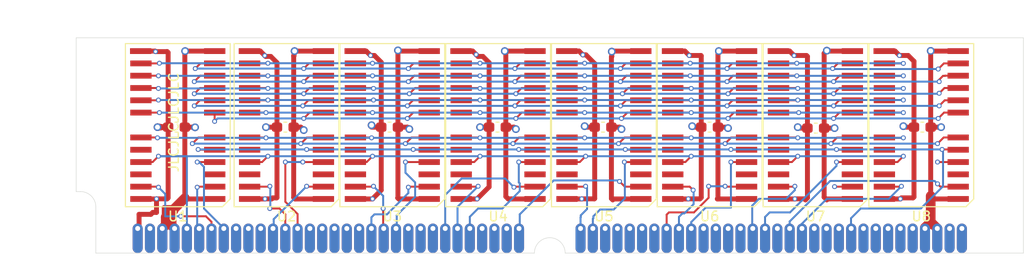
<source format=kicad_pcb>
(kicad_pcb (version 20240108) (generator "pcbnew") (generator_version "8.0")
  (layers (0 "F.Cu" signal) (1 "In1.Cu" signal) (2 "In2.Cu" signal) (31 "B.Cu" signal) (34 "B.Paste" user) (35 "F.Paste" user) (36 "B.SilkS" user "B.Silkscreen") (37 "F.SilkS" user "F.Silkscreen") (38 "B.Mask" user) (39 "F.Mask" user) (44 "Edge.Cuts" user))
  (net 0 "")
  (net 1 "GND")
  (net 2 "~{CAS}")
  (net 3 "D0")
  (net 4 "Q0")
  (net 5 "~{W0}")
  (net 6 "A0")
  (net 7 "A1")
  (net 8 "D1")
  (net 9 "Q1")
  (net 10 "VCC")
  (net 11 "~{W1}")
  (net 12 "A2")
  (net 13 "A3")
  (net 14 "D2")
  (net 15 "Q2")
  (net 16 "~{W2}")
  (net 17 "A4")
  (net 18 "A5")
  (net 19 "D3")
  (net 20 "Q3")
  (net 21 "~{W3}")
  (net 22 "A6")
  (net 23 "A7")
  (net 24 "D4")
  (net 25 "Q4")
  (net 26 "~{W4}")
  (net 27 "A8")
  (net 28 "A9")
  (net 29 "A10")
  (net 30 "A11")
  (net 31 "D5")
  (net 32 "Q5")
  (net 33 "~{W5}")
  (net 34 "D6")
  (net 35 "Q6")
  (net 36 "~{W6}")
  (net 37 "D7")
  (net 38 "Q7")
  (net 39 "~{W7}")
  (net 41 "~{RAS}")
  (footprint "Conn:EDGE_SIMM_64_127" (layer "F.Cu") (at 152.4 88.9)
    (property "Reference" "J1" (hide yes))
    (property "Value" "SIMM64_EDGE")
  )
  (footprint "Conn:MH_125" (layer "F.Cu") (at 106.8832 78.74)
    (property "Reference" "H1" (hide yes))
    (property "Value" "MountingHole" (hide yes))
  )
  (footprint "Conn:MH_125" (layer "F.Cu") (at 197.9168 78.74)
    (property "Reference" "H2" (hide yes))
    (property "Value" "MountingHole" (hide yes))
  )
  (footprint "hans-kicad-footprints:SOJ-24-26" (layer "F.Cu") (at 125.222 75.692 90)
    (property "Reference" "U2")
    (property "Value" "KM41C16000CK")
  )
  (footprint "hans-kicad-footprints:SOJ-24-26" (layer "F.Cu") (at 168.906 75.692 90)
    (property "Reference" "U6")
    (property "Value" "KM41C16000CK")
  )
  (footprint "hans-kicad-footprints:SOJ-24-26" (layer "F.Cu") (at 179.83 75.692 90)
    (property "Reference" "U7")
    (property "Value" "KM41C16000CK")
  )
  (footprint "hans-kicad-footprints:SOJ-24-26" (layer "F.Cu") (at 147.066 75.692 90)
    (property "Reference" "U4")
    (property "Value" "KM41C16000CK")
  )
  (footprint "hans-kicad-footprints:SOJ-24-26" (layer "F.Cu") (at 114 75.692 90)
    (property "Reference" "U1")
    (property "Value" "KM41C16000CK")
  )
  (footprint "hans-kicad-footprints:SOJ-24-26" (layer "F.Cu") (at 190.754 75.692 90)
    (property "Reference" "U8")
    (property "Value" "KM41C16000CK")
  )
  (footprint "hans-kicad-footprints:SOJ-24-26" (layer "F.Cu") (at 136.144 75.692 90)
    (property "Reference" "U3")
    (property "Value" "KM41C16000CK")
  )
  (footprint "Capacitor_SMD:C_0603_1608Metric_Pad1.08x0.95mm_HandSolder" (layer "F.Cu") (at 113.8625 75.9 180)
    (property "Reference" "C1" (hide yes))
    (property "Value" "100n" (hide yes))
  )
  (footprint "Capacitor_SMD:C_0603_1608Metric_Pad1.08x0.95mm_HandSolder" (layer "F.Cu") (at 125.1 75.9 180)
    (property "Reference" "C2" (hide yes))
    (property "Value" "100n")
  )
  (footprint "Capacitor_SMD:C_0603_1608Metric_Pad1.08x0.95mm_HandSolder" (layer "F.Cu") (at 168.9 75.9 180)
    (property "Reference" "C6" (hide yes))
    (property "Value" "100n")
  )
  (footprint "Capacitor_SMD:C_0603_1608Metric_Pad1.08x0.95mm_HandSolder" (layer "F.Cu") (at 190.8625 75.900001 180)
    (property "Reference" "C8" (hide yes))
    (property "Value" "100n")
  )
  (footprint "Capacitor_SMD:C_0603_1608Metric_Pad1.08x0.95mm_HandSolder" (layer "F.Cu") (at 157.9 75.9 180)
    (property "Reference" "C5" (hide yes))
    (property "Value" "100n")
  )
  (footprint "Capacitor_SMD:C_0603_1608Metric_Pad1.08x0.95mm_HandSolder" (layer "F.Cu") (at 147 75.9 180)
    (property "Reference" "C4" (hide yes))
    (property "Value" "100n")
  )
  (footprint "hans-kicad-footprints:SOJ-24-26" (layer "F.Cu") (at 157.988 75.692 90)
    (property "Reference" "U5")
    (property "Value" "KM41C16000CK")
  )
  (footprint "Capacitor_SMD:C_0603_1608Metric_Pad1.08x0.95mm_HandSolder" (layer "F.Cu") (at 179.8625 76 180)
    (property "Reference" "C7" (hide yes))
    (property "Value" "100n")
  )
  (footprint "Capacitor_SMD:C_0603_1608Metric_Pad1.08x0.95mm_HandSolder" (layer "F.Cu") (at 135.8625 75.9 180)
    (property "Reference" "C3" (hide yes))
    (property "Value" "100n")
  )
  (gr_line (start 105.537 88.9) (end 150.8125 88.9) (stroke (width 0.05)) (layer "Edge.Cuts"))
  (gr_line (start 103.505 66.675) (end 201.295 66.675) (stroke (width 0.05)) (layer "Edge.Cuts"))
  (gr_line (start 153.9875 88.9) (end 201.295 88.9) (stroke (width 0.05)) (layer "Edge.Cuts"))
  (gr_arc (start 150.8125 88.9) (mid 152.4 87.3125) (end 153.9875 88.9) (stroke (width 0.05)) (layer "Edge.Cuts"))
  (gr_line (start 103.505 82.55) (end 103.505 66.675) (stroke (width 0.05)) (layer "Edge.Cuts"))
  (gr_line (start 201.295 88.9) (end 201.295 66.675) (stroke (width 0.05)) (layer "Edge.Cuts"))
  (gr_line (start 103.505 82.55) (end 103.9495 82.55) (stroke (width 0.05)) (layer "Edge.Cuts"))
  (gr_line (start 105.537 84.1375) (end 105.537 88.9) (stroke (width 0.05)) (layer "Edge.Cuts"))
  (gr_arc (start 103.9495 82.55) (mid 105.072032 83.014968) (end 105.537 84.1375) (stroke (width 0.05)) (layer "Edge.Cuts"))
  (gr_text "JLCJLCJLCJLC" (at 114.173 80.645 90) (layer "F.SilkS") (effects (font (size 1 1)) (justify left bottom)))
  (segment (start 135 75.9) (end 134 75.9) (width 0.508) (layer "F.Cu") (net 1))
  (segment (start 177.688 83.312) (end 177.7 83.3) (width 0.508) (layer "F.Cu") (net 1))
  (segment (start 188.588 83.312) (end 188.6 83.3) (width 0.508) (layer "F.Cu") (net 1))
  (segment (start 111.219266 84.9) (end 110 84.9) (width 0.508) (layer "F.Cu") (net 1))
  (segment (start 188.7 83.2) (end 188.6 83.3) (width 0.508) (layer "F.Cu") (net 1))
  (segment (start 146.1375 69.241893) (end 146.1375 82.0625) (width 0.508) (layer "F.Cu") (net 1))
  (segment (start 123.063206 68.596) (end 123.591607 68.596) (width 0.508) (layer "F.Cu") (net 1))
  (segment (start 157.0375 75.9) (end 156.1 75.9) (width 0.508) (layer "F.Cu") (net 1))
  (segment (start 110.1646 68.0466) (end 111.6466 68.0466) (width 0.508) (layer "F.Cu") (net 1))
  (segment (start 144.44108 68.0466) (end 143.2306 68.0466) (width 0.508) (layer "F.Cu") (net 1))
  (segment (start 144.888 83.312) (end 144.9 83.3) (width 0.508) (layer "F.Cu") (net 1))
  (segment (start 133.9 68.5) (end 134.295607 68.5) (width 0.508) (layer "F.Cu") (net 1))
  (segment (start 133.4466 68.0466) (end 132.3086 68.0466) (width 0.508) (layer "F.Cu") (net 1))
  (segment (start 122.975451 68.508245) (end 122.513806 68.0466) (width 0.508) (layer "F.Cu") (net 1))
  (segment (start 155.811747 68.433193) (end 156.1288 68.433193) (width 0.508) (layer "F.Cu") (net 1))
  (segment (start 167.2 75.9) (end 167.1 75.8) (width 0.508) (layer "F.Cu") (net 1))
  (segment (start 186.944 83.312) (end 188.588 83.312) (width 0.508) (layer "F.Cu") (net 1))
  (segment (start 166.3466 68.0466) (end 165.0706 68.0466) (width 0.508) (layer "F.Cu") (net 1))
  (segment (start 122.988 83.312) (end 123 83.3) (width 0.508) (layer "F.Cu") (net 1))
  (segment (start 178.1 76) (end 178 75.9) (width 0.508) (layer "F.Cu") (net 1))
  (segment (start 168.0375 75.9) (end 167.2 75.9) (width 0.508) (layer "F.Cu") (net 1))
  (segment (start 146.1375 75.9) (end 145.2 75.9) (width 0.508) (layer "F.Cu") (net 1))
  (segment (start 122.513806 68.0466) (end 121.3866 68.0466) (width 0.508) (layer "F.Cu") (net 1))
  (segment (start 168.0375 83.1625) (end 167.9 83.3) (width 0.508) (layer "F.Cu") (net 1))
  (segment (start 166.688 83.312) (end 166.7 83.3) (width 0.508) (layer "F.Cu") (net 1))
  (segment (start 144.79724 68.40276) (end 144.99048 68.596) (width 0.508) (layer "F.Cu") (net 1))
  (segment (start 189.4 68.5) (end 189.999999 69.099999) (width 0.508) (layer "F.Cu") (net 1))
  (segment (start 157.0375 69.341893) (end 157.0375 83.2625) (width 0.508) (layer "F.Cu") (net 1))
  (segment (start 157.0375 83.2625) (end 157 83.3) (width 0.508) (layer "F.Cu") (net 1))
  (segment (start 179 68.6) (end 179 83.2) (width 0.508) (layer "F.Cu") (net 1))
  (segment (start 188.5 68.5) (end 188.0466 68.0466) (width 0.508) (layer "F.Cu") (net 1))
  (segment (start 134.088 83.312) (end 134.1 83.3) (width 0.508) (layer "F.Cu") (net 1))
  (segment (start 166.8 68.5) (end 168 68.5) (width 0.508) (layer "F.Cu") (net 1))
  (segment (start 143.256 83.312) (end 144.888 83.312) (width 0.508) (layer "F.Cu") (net 1))
  (segment (start 111.8 84.7) (end 111.419266 84.7) (width 0.508) (layer "F.Cu") (net 1))
  (segment (start 155.425154 68.0466) (end 154.1526 68.0466) (width 0.508) (layer "F.Cu") (net 1))
  (segment (start 178.7 83.3) (end 177.7 83.3) (width 0.508) (layer "F.Cu") (net 1))
  (segment (start 110 84.9) (end 110 86.215) (width 0.508) (layer "F.Cu") (net 1))
  (segment (start 188.5 68.5) (end 189.4 68.5) (width 0.508) (layer "F.Cu") (net 1))
  (segment (start 146.1375 82.0625) (end 144.9 83.3) (width 0.508) (layer "F.Cu") (net 1))
  (segment (start 124.2375 69.241893) (end 124.2375 83.1625) (width 0.508) (layer "F.Cu") (net 1))
  (segment (start 179 83.2) (end 178.8 83.4) (width 0.508) (layer "F.Cu") (net 1))
  (segment (start 111.6466 68.0466) (end 111.7 68.1) (width 0.508) (layer "F.Cu") (net 1))
  (segment (start 189.999999 69.099999) (end 189.999999 83.100001) (width 0.508) (layer "F.Cu") (net 1))
  (segment (start 145.491607 68.596) (end 146.1375 69.241893) (width 0.508) (layer "F.Cu") (net 1))
  (segment (start 189.999999 75.900002) (end 189.000001 75.900002) (width 0.508) (layer "F.Cu") (net 1))
  (segment (start 121.412 83.312) (end 122.988 83.312) (width 0.508) (layer "F.Cu") (net 1))
  (segment (start 123.591607 68.596) (end 124.2375 69.241893) (width 0.508) (layer "F.Cu") (net 1))
  (segment (start 112.9 68.1) (end 111.7 68.1) (width 0.508) (layer "F.Cu") (net 1))
  (segment (start 123.7 83.3) (end 123 83.3) (width 0.508) (layer "F.Cu") (net 1))
  (segment (start 168 68.5) (end 168.0375 68.5375) (width 0.508) (layer "F.Cu") (net 1))
  (segment (start 156.1288 68.433193) (end 157.0375 69.341893) (width 0.508) (layer "F.Cu") (net 1))
  (segment (start 111.8 83.3) (end 112.9 83.3) (width 0.508) (layer "F.Cu") (net 1))
  (segment (start 113 75.9) (end 111.9 75.9) (width 0.508) (layer "F.Cu") (net 1))
  (segment (start 124.2 83.2) (end 123.8 83.2) (width 0.508) (layer "F.Cu") (net 1))
  (segment (start 167.9 83.3) (end 166.7 83.3) (width 0.508) (layer "F.Cu") (net 1))
  (segment (start 177.624549 68.508245) (end 177.162904 68.0466) (width 0.508) (layer "F.Cu") (net 1))
  (segment (start 189.000001 75.900002) (end 188.9 75.800001) (width 0.508) (layer "F.Cu") (net 1))
  (segment (start 111.788 83.312) (end 111.8 83.3) (width 0.508) (layer "F.Cu") (net 1))
  (segment (start 134.295607 68.5) (end 135 69.204393) (width 0.508) (layer "F.Cu") (net 1))
  (segment (start 155.811747 68.433193) (end 155.425154 68.0466) (width 0.508) (layer "F.Cu") (net 1))
  (segment (start 179 76) (end 178.1 76) (width 0.508) (layer "F.Cu") (net 1))
  (segment (start 113 75.7) (end 113 68.2) (width 0.508) (layer "F.Cu") (net 1))
  (segment (start 135 82.4) (end 134.1 83.3) (width 0.508) (layer "F.Cu") (net 1))
  (segment (start 178.8 83.4) (end 178.7 83.3) (width 0.508) (layer "F.Cu") (net 1))
  (segment (start 124.2375 83.1625) (end 124.2 83.2) (width 0.508) (layer "F.Cu") (net 1))
  (segment (start 176.02 83.312) (end 177.688 83.312) (width 0.508) (layer "F.Cu") (net 1))
  (segment (start 110.19 83.312) (end 111.788 83.312) (width 0.508) (layer "F.Cu") (net 1))
  (segment (start 189.9 83.2) (end 188.7 83.2) (width 0.508) (layer "F.Cu") (net 1))
  (segment (start 154.178 83.312) (end 155.688 83.312) (width 0.508) (layer "F.Cu") (net 1))
  (segment (start 177.162904 68.0466) (end 175.9946 68.0466) (width 0.508) (layer "F.Cu") (net 1))
  (segment (start 123.8 83.2) (end 123.7 83.3) (width 0.508) (layer "F.Cu") (net 1))
  (segment (start 111.8 83.3) (end 111.8 84.7) (width 0.508) (layer "F.Cu") (net 1))
  (segment (start 124.2375 75.9) (end 123.1 75.9) (width 0.508) (layer "F.Cu") (net 1))
  (segment (start 113 68.2) (end 112.9 68.1) (width 0.508) (layer "F.Cu") (net 1))
  (segment (start 113 83.2) (end 113 75.7) (width 0.508) (layer "F.Cu") (net 1))
  (segment (start 178.9 68.5) (end 179 68.6) (width 0.508) (layer "F.Cu") (net 1))
  (segment (start 122.975451 68.508245) (end 123.063206 68.596) (width 0.508) (layer "F.Cu") (net 1))
  (segment (start 111.419266 84.7) (end 111.219266 84.9) (width 0.508) (layer "F.Cu") (net 1))
  (segment (start 177.632794 68.5) (end 178.9 68.5) (width 0.508) (layer "F.Cu") (net 1))
  (segment (start 133.9 68.5) (end 133.4466 68.0466) (width 0.508) (layer "F.Cu") (net 1))
  (segment (start 112.9 83.3) (end 113 83.2) (width 0.508) (layer "F.Cu") (net 1))
  (segment (start 155.688 83.312) (end 155.7 83.3) (width 0.508) (layer "F.Cu") (net 1))
  (segment (start 165.096 83.312) (end 166.688 83.312) (width 0.508) (layer "F.Cu") (net 1))
  (segment (start 144.99048 68.596) (end 145.491607 68.596) (width 0.508) (layer "F.Cu") (net 1))
  (segment (start 188.0466 68.0466) (end 186.9186 68.0466) (width 0.508) (layer "F.Cu") (net 1))
  (segment (start 166.8 68.5) (end 166.3466 68.0466) (width 0.508) (layer "F.Cu") (net 1))
  (segment (start 157 83.3) (end 155.7 83.3) (width 0.508) (layer "F.Cu") (net 1))
  (segment (start 168.0375 68.5375) (end 168.0375 83.1625) (width 0.508) (layer "F.Cu") (net 1))
  (segment (start 135 69.204393) (end 135 82.4) (width 0.508) (layer "F.Cu") (net 1))
  (segment (start 156.1 75.9) (end 156 75.8) (width 0.508) (layer "F.Cu") (net 1))
  (segment (start 132.334 83.312) (end 134.088 83.312) (width 0.508) (layer "F.Cu") (net 1))
  (segment (start 189.999999 83.100001) (end 189.9 83.2) (width 0.508) (layer "F.Cu") (net 1))
  (segment (start 144.79724 68.40276) (end 144.44108 68.0466) (width 0.508) (layer "F.Cu") (net 1))
  (segment (start 177.624549 68.508245) (end 177.632794 68.5) (width 0.508) (layer "F.Cu") (net 1))
  (via (at 123.1 75.9) (size 0.8) (drill 0.5) (layers "F.Cu" "B.Cu") (net 1))
  (via (at 155.811747 68.433193) (size 0.5) (drill 0.3) (layers "F.Cu" "B.Cu") (net 1))
  (via (at 144.9 83.3) (size 0.5) (drill 0.3) (layers "F.Cu" "B.Cu") (net 1))
  (via (at 145.2 75.9) (size 0.8) (drill 0.5) (layers "F.Cu" "B.Cu") (net 1))
  (via (at 188.6 83.3) (size 0.5) (drill 0.3) (layers "F.Cu" "B.Cu") (net 1))
  (via (at 166.8 68.5) (size 0.5) (drill 0.3) (layers "F.Cu" "B.Cu") (net 1))
  (via (at 156 75.8) (size 0.8) (drill 0.5) (layers "F.Cu" "B.Cu") (net 1))
  (via (at 188.9 75.800001) (size 0.8) (drill 0.5) (layers "F.Cu" "B.Cu") (net 1))
  (via (at 123 83.3) (size 0.5) (drill 0.3) (layers "F.Cu" "B.Cu") (net 1))
  (via (at 166.7 83.3) (size 0.5) (drill 0.3) (layers "F.Cu" "B.Cu") (net 1))
  (via (at 155.7 83.3) (size 0.5) (drill 0.3) (layers "F.Cu" "B.Cu") (net 1))
  (via (at 111.7 68.1) (size 0.5) (drill 0.3) (layers "F.Cu" "B.Cu") (net 1))
  (via (at 167.1 75.8) (size 0.8) (drill 0.5) (layers "F.Cu" "B.Cu") (net 1))
  (via (at 177.7 83.3) (size 0.5) (drill 0.3) (layers "F.Cu" "B.Cu") (net 1))
  (via (at 178 75.9) (size 0.8) (drill 0.5) (layers "F.Cu" "B.Cu") (net 1))
  (via (at 134.1 83.3) (size 0.5) (drill 0.3) (layers "F.Cu" "B.Cu") (net 1))
  (via (at 144.79724 68.40276) (size 0.5) (drill 0.3) (layers "F.Cu" "B.Cu") (net 1))
  (via (at 134 75.7) (size 0.8) (drill 0.5) (layers "F.Cu" "B.Cu") (net 1))
  (via (at 188.5 68.5) (size 0.5) (drill 0.3) (layers "F.Cu" "B.Cu") (net 1))
  (via (at 177.624549 68.508245) (size 0.5) (drill 0.3) (layers "F.Cu" "B.Cu") (net 1))
  (via (at 122.975451 68.508245) (size 0.5) (drill 0.3) (layers "F.Cu" "B.Cu") (net 1))
  (via (at 133.9 68.5) (size 0.5) (drill 0.3) (layers "F.Cu" "B.Cu") (net 1))
  (via (at 111.8 83.3) (size 0.5) (drill 0.3) (layers "F.Cu" "B.Cu") (net 1))
  (via (at 111.9 75.9) (size 0.8) (drill 0.5) (layers "F.Cu" "B.Cu") (net 1))
  (segment (start 188.9 78.9) (end 188.298 79.502) (width 0.2) (layer "F.Cu") (net 2))
  (segment (start 132.334 79.502) (end 133.498 79.502) (width 0.2) (layer "F.Cu") (net 2))
  (segment (start 166.398 79.502) (end 167 78.9) (width 0.2) (layer "F.Cu") (net 2))
  (segment (start 133.498 79.502) (end 134.1 78.9) (width 0.2) (layer "F.Cu") (net 2))
  (segment (start 154.178 79.502) (end 155.498 79.502) (width 0.2) (layer "F.Cu") (net 2))
  (segment (start 155.498 79.502) (end 156.1 78.9) (width 0.2) (layer "F.Cu") (net 2))
  (segment (start 165.096 79.502) (end 166.398 79.502) (width 0.2) (layer "F.Cu") (net 2))
  (segment (start 144.598 79.502) (end 145.2 78.9) (width 0.2) (layer "F.Cu") (net 2))
  (segment (start 188.298 79.502) (end 186.944 79.502) (width 0.2) (layer "F.Cu") (net 2))
  (segment (start 110.19 79.502) (end 111.398 79.502) (width 0.2) (layer "F.Cu") (net 2))
  (segment (start 111.398 79.502) (end 112 78.9) (width 0.2) (layer "F.Cu") (net 2))
  (segment (start 177.398 79.502) (end 178 78.9) (width 0.2) (layer "F.Cu") (net 2))
  (segment (start 143.256 79.502) (end 144.598 79.502) (width 0.2) (layer "F.Cu") (net 2))
  (segment (start 122.698 79.502) (end 123.3 78.9) (width 0.2) (layer "F.Cu") (net 2))
  (segment (start 176.02 79.502) (end 177.398 79.502) (width 0.2) (layer "F.Cu") (net 2))
  (segment (start 121.412 79.502) (end 122.698 79.502) (width 0.2) (layer "F.Cu") (net 2))
  (via (at 123.3 78.9) (size 0.5) (drill 0.3) (layers "F.Cu" "B.Cu") (net 2))
  (via (at 134.1 78.9) (size 0.5) (drill 0.3) (layers "F.Cu" "B.Cu") (net 2))
  (via (at 178 78.9) (size 0.5) (drill 0.3) (layers "F.Cu" "B.Cu") (net 2))
  (via (at 145.2 78.9) (size 0.5) (drill 0.3) (layers "F.Cu" "B.Cu") (net 2))
  (via (at 156.1 78.9) (size 0.5) (drill 0.3) (layers "F.Cu" "B.Cu") (net 2))
  (via (at 112 78.9) (size 0.5) (drill 0.3) (layers "F.Cu" "B.Cu") (net 2))
  (via (at 188.9 78.9) (size 0.5) (drill 0.3) (layers "F.Cu" "B.Cu") (net 2))
  (via (at 167 78.9) (size 0.5) (drill 0.3) (layers "F.Cu" "B.Cu") (net 2))
  (segment (start 112 78.9) (end 114.9 78.9) (width 0.2) (layer "B.Cu") (net 2))
  (segment (start 178 78.9) (end 188.9 78.9) (width 0.2) (layer "B.Cu") (net 2))
  (segment (start 134.1 78.9) (end 145.2 78.9) (width 0.2) (layer "B.Cu") (net 2))
  (segment (start 112 78.9) (end 123.3 78.9) (width 0.2) (layer "B.Cu") (net 2))
  (segment (start 114.935 78.935) (end 114.935 86.36) (width 0.2) (layer "B.Cu") (net 2))
  (segment (start 167 78.9) (end 178 78.9) (width 0.2) (layer "B.Cu") (net 2))
  (segment (start 145.2 78.9) (end 156.1 78.9) (width 0.2) (layer "B.Cu") (net 2))
  (segment (start 156.1 78.9) (end 167 78.9) (width 0.2) (layer "B.Cu") (net 2))
  (segment (start 114.9 78.9) (end 114.935 78.935) (width 0.2) (layer "B.Cu") (net 2))
  (segment (start 123.3 78.9) (end 134.1 78.9) (width 0.2) (layer "B.Cu") (net 2))
  (segment (start 117.81 82.042) (end 116.058 82.042) (width 0.2) (layer "F.Cu") (net 3))
  (segment (start 116.058 82.042) (end 116 82.1) (width 0.2) (layer "F.Cu") (net 3))
  (via (at 116 82.1) (size 0.5) (drill 0.3) (layers "F.Cu" "B.Cu") (net 3))
  (segment (start 116 82.1) (end 116 86.155) (width 0.2) (layer "B.Cu") (net 3))
  (segment (start 114.3 85.1) (end 116.9 85.1) (width 0.2) (layer "F.Cu") (net 4))
  (segment (start 116.9 85.1) (end 117.475 85.675) (width 0.2) (layer "F.Cu") (net 4))
  (segment (start 111.942 82.042) (end 112 82.1) (width 0.2) (layer "F.Cu") (net 4))
  (segment (start 117.475 85.675) (end 117.475 86.36) (width 0.2) (layer "F.Cu") (net 4))
  (segment (start 110.19 82.042) (end 111.942 82.042) (width 0.2) (layer "F.Cu") (net 4))
  (via (at 114.3 85.1) (size 0.5) (drill 0.3) (layers "F.Cu" "B.Cu") (net 4))
  (via (at 112 82.1) (size 0.5) (drill 0.3) (layers "F.Cu" "B.Cu") (net 4))
  (segment (start 112.7 82.8) (end 112.7 85.1) (width 0.2) (layer "B.Cu") (net 4))
  (segment (start 112.7 85.1) (end 114.3 85.1) (width 0.2) (layer "B.Cu") (net 4))
  (segment (start 112 82.1) (end 112.7 82.8) (width 0.2) (layer "B.Cu") (net 4))
  (segment (start 116.002 79.502) (end 117.81 79.502) (width 0.2) (layer "F.Cu") (net 5))
  (via (at 116.002 79.502) (size 0.5) (drill 0.3) (layers "F.Cu" "B.Cu") (net 5))
  (segment (start 116.202 79.502) (end 116.7 80) (width 0.2) (layer "B.Cu") (net 5))
  (segment (start 116.7 80) (end 116.7 84.3) (width 0.2) (layer "B.Cu") (net 5))
  (segment (start 116.002 79.502) (end 116.202 79.502) (width 0.2) (layer "B.Cu") (net 5))
  (segment (start 116.7 84.3) (end 118.745 86.345) (width 0.2) (layer "B.Cu") (net 5))
  (segment (start 138.2734 73.1266) (end 137.7 73.7) (width 0.2) (layer "F.Cu") (net 6))
  (segment (start 161.798 73.1266) (end 160.2734 73.1266) (width 0.2) (layer "F.Cu") (net 6))
  (segment (start 139.954 73.1266) (end 138.2734 73.1266) (width 0.2) (layer "F.Cu") (net 6))
  (segment (start 117.81 73.1266) (end 116.2734 73.1266) (width 0.2) (layer "F.Cu") (net 6))
  (segment (start 171.2734 73.1266) (end 170.7 73.7) (width 0.2) (layer "F.Cu") (net 6))
  (segment (start 116.2734 73.1266) (end 115.7 73.7) (width 0.2) (layer "F.Cu") (net 6))
  (segment (start 193.1734 73.1266) (end 194.564 73.1266) (width 0.2) (layer "F.Cu") (net 6))
  (segment (start 150.876 73.1266) (end 149.3734 73.1266) (width 0.2) (layer "F.Cu") (net 6))
  (segment (start 172.716 73.1266) (end 171.2734 73.1266) (width 0.2) (layer "F.Cu") (net 6))
  (segment (start 182.2734 73.1266) (end 181.7 73.7) (width 0.2) (layer "F.Cu") (net 6))
  (segment (start 127.4734 73.1266) (end 126.9 73.7) (width 0.2) (layer "F.Cu") (net 6))
  (segment (start 160.2734 73.1266) (end 159.7 73.7) (width 0.2) (layer "F.Cu") (net 6))
  (segment (start 149.3734 73.1266) (end 148.8 73.7) (width 0.2) (layer "F.Cu") (net 6))
  (segment (start 183.64 73.1266) (end 182.2734 73.1266) (width 0.2) (layer "F.Cu") (net 6))
  (segment (start 192.6 73.7) (end 193.1734 73.1266) (width 0.2) (layer "F.Cu") (net 6))
  (segment (start 129.032 73.1266) (end 127.4734 73.1266) (width 0.2) (layer "F.Cu") (net 6))
  (via (at 115.7 73.7) (size 0.5) (drill 0.3) (layers "F.Cu" "B.Cu") (net 6))
  (via (at 126.9 73.7) (size 0.5) (drill 0.3) (layers "F.Cu" "B.Cu") (net 6))
  (via (at 137.7 73.7) (size 0.5) (drill 0.3) (layers "F.Cu" "B.Cu") (net 6))
  (via (at 181.7 73.7) (size 0.5) (drill 0.3) (layers "F.Cu" "B.Cu") (net 6))
  (via (at 192.6 73.7) (size 0.5) (drill 0.3) (layers "F.Cu" "B.Cu") (net 6))
  (via (at 170.7 73.7) (size 0.5) (drill 0.3) (layers "F.Cu" "B.Cu") (net 6))
  (via (at 159.7 73.7) (size 0.5) (drill 0.3) (layers "F.Cu" "B.Cu") (net 6))
  (via (at 148.8 73.7) (size 0.5) (drill 0.3) (layers "F.Cu" "B.Cu") (net 6))
  (segment (start 126.9 73.7) (end 137.7 73.7) (width 0.2) (layer "B.Cu") (net 6))
  (segment (start 137.7 73.7) (end 159.7 73.7) (width 0.2) (layer "B.Cu") (net 6))
  (segment (start 115.7 73.7) (end 126.9 73.7) (width 0.2) (layer "B.Cu") (net 6))
  (segment (start 170.7 73.7) (end 181.7 73.7) (width 0.2) (layer "B.Cu") (net 6))
  (segment (start 159.7 73.7) (end 170.7 73.7) (width 0.2) (layer "B.Cu") (net 6))
  (segment (start 181.7 73.7) (end 192.6 73.7) (width 0.2) (layer "B.Cu") (net 6))
  (segment (start 138.4934 71.8566) (end 137.9 72.45) (width 0.2) (layer "F.Cu") (net 7))
  (segment (start 171.3934 71.8566) (end 170.8 72.45) (width 0.2) (layer "F.Cu") (net 7))
  (segment (start 161.798 71.8566) (end 160.4934 71.8566) (width 0.2) (layer "F.Cu") (net 7))
  (segment (start 149.4934 71.8566) (end 148.9 72.45) (width 0.2) (layer "F.Cu") (net 7))
  (segment (start 117.81 71.8566) (end 116.2934 71.8566) (width 0.2) (layer "F.Cu") (net 7))
  (segment (start 127.5934 71.8566) (end 127 72.45) (width 0.2) (layer "F.Cu") (net 7))
  (segment (start 193.1434 71.8566) (end 194.564 71.8566) (width 0.2) (layer "F.Cu") (net 7))
  (segment (start 183.64 71.8566) (end 182.2934 71.8566) (width 0.2) (layer "F.Cu") (net 7))
  (segment (start 192.6 72.4) (end 193.1434 71.8566) (width 0.2) (layer "F.Cu") (net 7))
  (segment (start 160.4934 71.8566) (end 159.9 72.45) (width 0.2) (layer "F.Cu") (net 7))
  (segment (start 139.954 71.8566) (end 138.4934 71.8566) (width 0.2) (layer "F.Cu") (net 7))
  (segment (start 116.2934 71.8566) (end 115.7 72.45) (width 0.2) (layer "F.Cu") (net 7))
  (segment (start 150.876 71.8566) (end 149.4934 71.8566) (width 0.2) (layer "F.Cu") (net 7))
  (segment (start 182.2934 71.8566) (end 181.7 72.45) (width 0.2) (layer "F.Cu") (net 7))
  (segment (start 172.716 71.8566) (end 171.3934 71.8566) (width 0.2) (layer "F.Cu") (net 7))
  (segment (start 129.032 71.8566) (end 127.5934 71.8566) (width 0.2) (layer "F.Cu") (net 7))
  (via (at 181.7 72.45) (size 0.5) (drill 0.3) (layers "F.Cu" "B.Cu") (net 7))
  (via (at 148.9 72.45) (size 0.5) (drill 0.3) (layers "F.Cu" "B.Cu") (net 7))
  (via (at 127 72.45) (size 0.5) (drill 0.3) (layers "F.Cu" "B.Cu") (net 7))
  (via (at 170.8 72.45) (size 0.5) (drill 0.3) (layers "F.Cu" "B.Cu") (net 7))
  (via (at 137.9 72.45) (size 0.5) (drill 0.3) (layers "F.Cu" "B.Cu") (net 7))
  (via (at 159.9 72.45) (size 0.5) (drill 0.3) (layers "F.Cu" "B.Cu") (net 7))
  (via (at 192.6 72.4) (size 0.5) (drill 0.3) (layers "F.Cu" "B.Cu") (net 7))
  (via (at 115.7 72.45) (size 0.5) (drill 0.3) (layers "F.Cu" "B.Cu") (net 7))
  (segment (start 127 72.45) (end 137.9 72.45) (width 0.2) (layer "B.Cu") (net 7))
  (segment (start 148.9 72.45) (end 159.9 72.45) (width 0.2) (layer "B.Cu") (net 7))
  (segment (start 159.9 72.45) (end 170.8 72.45) (width 0.2) (layer "B.Cu") (net 7))
  (segment (start 115.7 72.45) (end 127 72.45) (width 0.2) (layer "B.Cu") (net 7))
  (segment (start 137.9 72.45) (end 148.9 72.45) (width 0.2) (layer "B.Cu") (net 7))
  (segment (start 170.8 72.45) (end 181.7 72.45) (width 0.2) (layer "B.Cu") (net 7))
  (segment (start 181.7 72.45) (end 192.55 72.45) (width 0.2) (layer "B.Cu") (net 7))
  (segment (start 192.55 72.45) (end 192.6 72.4) (width 0.2) (layer "B.Cu") (net 7))
  (segment (start 127.342 82.042) (end 127.3 82) (width 0.2) (layer "F.Cu") (net 8))
  (segment (start 129.032 82.042) (end 127.342 82.042) (width 0.2) (layer "F.Cu") (net 8))
  (via (at 127.3 82) (size 0.5) (drill 0.3) (layers "F.Cu" "B.Cu") (net 8))
  (segment (start 123.9 85.4) (end 123.9 86.285) (width 0.2) (layer "B.Cu") (net 8))
  (segment (start 127.3 82) (end 123.9 85.4) (width 0.2) (layer "B.Cu") (net 8))
  (segment (start 125.095 84.895) (end 125.095 86.36) (width 0.2) (layer "F.Cu") (net 9))
  (segment (start 124.5 84.3) (end 125.095 84.895) (width 0.2) (layer "F.Cu") (net 9))
  (segment (start 123.458 82.042) (end 123.5 82) (width 0.2) (layer "F.Cu") (net 9))
  (segment (start 121.412 82.042) (end 123.458 82.042) (width 0.2) (layer "F.Cu") (net 9))
  (segment (start 123.5 84.3) (end 124.5 84.3) (width 0.2) (layer "F.Cu") (net 9))
  (via (at 123.5 84.3) (size 0.5) (drill 0.3) (layers "F.Cu" "B.Cu") (net 9))
  (via (at 123.5 82) (size 0.5) (drill 0.3) (layers "F.Cu" "B.Cu") (net 9))
  (segment (start 123.55 82.05) (end 123.55 84.25) (width 0.2) (layer "B.Cu") (net 9))
  (segment (start 123.5 82) (end 123.55 82.05) (width 0.2) (layer "B.Cu") (net 9))
  (segment (start 123.55 84.25) (end 123.5 84.3) (width 0.2) (layer "B.Cu") (net 9))
  (segment (start 191.725001 83) (end 191.725001 75.799999) (width 0.508) (layer "F.Cu") (net 10))
  (segment (start 112.6 84.2) (end 112.6 86.155) (width 0.508) (layer "F.Cu") (net 10))
  (segment (start 136.725 83.175) (end 136.725 75.7) (width 0.508) (layer "F.Cu") (net 10))
  (segment (start 169.712 83.312) (end 169.7 83.3) (width 0.508) (layer "F.Cu") (net 10))
  (segment (start 158.8 68.1) (end 158.8 68.6) (width 0.508) (layer "F.Cu") (net 10))
  (segment (start 129.032 83.312) (end 126.112 83.312) (width 0.508) (layer "F.Cu") (net 10))
  (segment (start 112.754 86.001) (end 112.754 85.196) (width 1) (layer "F.Cu") (net 10))
  (segment (start 169.7 83.3) (end 169.7625 83.2375) (width 0.508) (layer "F.Cu") (net 10))
  (segment (start 114.725 75.9) (end 115.761522 75.9) (width 0.508) (layer "F.Cu") (net 10))
  (segment (start 126.0534 68.0466) (end 126 68.1) (width 0.508) (layer "F.Cu") (net 10))
  (segment (start 148.512 83.312) (end 150.876 83.312) (width 0.508) (layer "F.Cu") (net 10))
  (segment (start 114.812 83.312) (end 117.81 83.312) (width 0.508) (layer "F.Cu") (net 10))
  (segment (start 158.7625 75.8) (end 158.7625 83.2625) (width 0.508) (layer "F.Cu") (net 10))
  (segment (start 180.725 75.8) (end 180.725 83.125) (width 0.508) (layer "F.Cu") (net 10))
  (segment (start 191.135 86.36) (end 191.135 86.270002) (width 1) (layer "F.Cu") (net 10))
  (segment (start 113.596 84.528) (end 113.596 86.291) (width 0.508) (layer "F.Cu") (net 10))
  (segment (start 139.954 83.312) (end 136.812 83.312) (width 0.508) (layer "F.Cu") (net 10))
  (segment (start 191.712 83.312) (end 191.7 83.3) (width 0.508) (layer "F.Cu") (net 10))
  (segment (start 114.7534 68.0466) (end 114.7 68.1) (width 0.508) (layer "F.Cu") (net 10))
  (segment (start 148.7 75.9) (end 148.9 76.1) (width 0.508) (layer "F.Cu") (net 10))
  (segment (start 170.7 75.9) (end 170.8 76) (width 0.508) (layer "F.Cu") (net 10))
  (segment (start 147.8625 75.8) (end 147.8625 83.0625) (width 0.508) (layer "F.Cu") (net 10))
  (segment (start 147.7534 68.0466) (end 147.7 68.1) (width 0.508) (layer "F.Cu") (net 10))
  (segment (start 136.7 83.2) (end 136.725 83.175) (width 0.508) (layer "F.Cu") (net 10))
  (segment (start 125.9625 68.5375) (end 125.9625 75.6) (width 0.508) (layer "F.Cu") (net 10))
  (segment (start 113.924 84.2) (end 112.6 84.2) (width 0.508) (layer "F.Cu") (net 10))
  (segment (start 191.725001 75.9) (end 192.8 75.9) (width 0.508) (layer "F.Cu") (net 10))
  (segment (start 136.725 75.7) (end 136.725 67.975) (width 0.508) (layer "F.Cu") (net 10))
  (segment (start 159.6 75.9) (end 159.8 76.1) (width 0.508) (layer "F.Cu") (net 10))
  (segment (start 169.7625 75.9) (end 170.7 75.9) (width 0.508) (layer "F.Cu") (net 10))
  (segment (start 114.812 83.312) (end 113.924 84.2) (width 0.508) (layer "F.Cu") (net 10))
  (segment (start 181.0466 68.0466) (end 181 68) (width 0.508) (layer "F.Cu") (net 10))
  (segment (start 112.6 86.155) (end 112.395 86.36) (width 0.508) (layer "F.Cu") (net 10))
  (segment (start 112.754 85.196) (end 114.725 83.225) (width 1) (layer "F.Cu") (net 10))
  (segment (start 136.812 83.312) (end 136.7 83.2) (width 0.508) (layer "F.Cu") (net 10))
  (segment (start 191.7466 68.0466) (end 191.725001 68.025001) (width 0.508) (layer "F.Cu") (net 10))
  (segment (start 169.8534 68.0466) (end 169.7625 68.1375) (width 0.508) (layer "F.Cu") (net 10))
  (segment (start 126.112 83.312) (end 125.9625 83.1625) (width 0.508) (layer "F.Cu") (net 10))
  (segment (start 194.564 83.312) (end 191.712 83.312) (width 0.508) (layer "F.Cu") (net 10))
  (segment (start 126.7 75.9) (end 127 76.2) (width 0.508) (layer "F.Cu") (net 10))
  (segment (start 148.1 83.3) (end 148.5 83.3) (width 0.508) (layer "F.Cu") (net 10))
  (segment (start 113.35 84.706497) (end 113.562249 84.494248) (width 1) (layer "F.Cu") (net 10))
  (segment (start 172.716 83.312) (end 169.712 83.312) (width 0.508) (layer "F.Cu") (net 10))
  (segment (start 191.725001 83.274999) (end 191.725001 83) (width 0.508) (layer "F.Cu") (net 10))
  (segment (start 169.7625 83.2375) (end 169.7625 75.7) (width 0.508) (layer "F.Cu") (net 10))
  (segment (start 192.405 86.36) (end 191.725001 85.680001) (width 1) (layer "F.Cu") (net 10))
  (segment (start 194.564 68.0466) (end 191.7466 68.0466) (width 0.508) (layer "F.Cu") (net 10))
  (segment (start 191.725001 85.769999) (end 191.135 86.36) (width 0.508) (layer "F.Cu") (net 10))
  (segment (start 158.7625 75.9) (end 159.6 75.9) (width 0.508) (layer "F.Cu") (net 10))
  (segment (start 183.64 68.0466) (end 181.0466 68.0466) (width 0.508) (layer "F.Cu") (net 10))
  (segment (start 114.7 68.1) (end 114.725 68.125) (width 0.508) (layer "F.Cu") (net 10))
  (segment (start 180.725 83.125) (end 181 83.4) (width 0.508) (layer "F.Cu") (net 10))
  (segment (start 115.761522 75.9) (end 115.780761 75.919239) (width 0.508) (layer "F.Cu") (net 10))
  (segment (start 126 68.5) (end 125.9625 68.5375) (width 0.508) (layer "F.Cu") (net 10))
  (segment (start 129.032 68.0466) (end 126.0534 68.0466) (width 0.508) (layer "F.Cu") (net 10))
  (segment (start 191.7 83.3) (end 191.725001 83.274999) (width 0.508) (layer "F.Cu") (net 10))
  (segment (start 117.81 68.0466) (end 114.7534 68.0466) (width 0.508) (layer "F.Cu") (net 10))
  (segment (start 191.725001 83.274999) (end 191.725001 85.680001) (width 0.508) (layer "F.Cu") (net 10))
  (segment (start 113.35 86.045) (end 113.35 84.706497) (width 1) (layer "F.Cu") (net 10))
  (segment (start 191.725001 68.025001) (end 191.725001 75.799999) (width 0.508) (layer "F.Cu") (net 10))
  (segment (start 136.725 75.9) (end 137.7 75.9) (width 0.508) (layer "F.Cu") (net 10))
  (segment (start 148.5 83.3) (end 148.512 83.312) (width 0.508) (layer "F.Cu") (net 10))
  (segment (start 150.876 68.0466) (end 147.7534 68.0466) (width 0.508) (layer "F.Cu") (net 10))
  (segment (start 147.8625 68.2625) (end 147.8625 75.8) (width 0.508) (layer "F.Cu") (net 10))
  (segment (start 147.7 68.1) (end 147.8625 68.2625) (width 0.508) (layer "F.Cu") (net 10))
  (segment (start 136.8 67.9) (end 136.9466 68.0466) (width 0.508) (layer "F.Cu") (net 10))
  (segment (start 158.7625 68.6375) (end 158.7625 75.8) (width 0.508) (layer "F.Cu") (net 10))
  (segment (start 137.7 75.9) (end 137.9 76.1) (width 0.508) (layer "F.Cu") (net 10))
  (segment (start 191.725001 83.274999) (end 191.725001 85.769999) (width 0.508) (layer "F.Cu") (net 10))
  (segment (start 172.716 68.0466) (end 169.8534 68.0466) (width 0.508) (layer "F.Cu") (net 10))
  (segment (start 158.8534 68.0466) (end 158.8 68.1) (width 0.508) (layer "F.Cu") (net 10))
  (segment (start 136.725 67.975) (end 136.8 67.9) (width 0.508) (layer "F.Cu") (net 10))
  (segment (start 181.088 83.312) (end 183.64 83.312) (width 0.508) (layer "F.Cu") (net 10))
  (segment (start 181 68) (end 180.725 68.275) (width 0.508) (layer "F.Cu") (net 10))
  (segment (start 114.725 83.225) (end 114.812 83.312) (width 0.508) (layer "F.Cu") (net 10))
  (segment (start 114.725 68.125) (end 114.725 75.7) (width 0.508) (layer "F.Cu") (net 10))
  (segment (start 158.9 83.4) (end 158.988 83.312) (width 0.508) (layer "F.Cu") (net 10))
  (segment (start 158.7625 83.2625) (end 158.9 83.4) (width 0.508) (layer "F.Cu") (net 10))
  (segment (start 114.725 75.7) (end 114.725 83.225) (width 0.508) (layer "F.Cu") (net 10))
  (segment (start 126 68.1) (end 126 68.5) (width 0.508) (layer "F.Cu") (net 10))
  (segment (start 191.135 86.270002) (end 191.725001 85.680001) (width 1) (layer "F.Cu") (net 10))
  (segment (start 191.725001 85.680001) (end 191.725001 83) (width 1) (layer "F.Cu") (net 10))
  (segment (start 158.8 68.6) (end 158.7625 68.6375) (width 0.508) (layer "F.Cu") (net 10))
  (segment (start 180.725 76) (end 181.8 76) (width 0.508) (layer "F.Cu") (net 10))
  (segment (start 181 83.4) (end 181.088 83.312) (width 0.508) (layer "F.Cu") (net 10))
  (segment (start 158.988 83.312) (end 161.798 83.312) (width 0.508) (layer "F.Cu") (net 10))
  (segment (start 113.665 86.36) (end 113.35 86.045) (width 1) (layer "F.Cu") (net 10))
  (segment (start 136.9466 68.0466) (end 139.954 68.0466) (width 0.508) (layer "F.Cu") (net 10))
  (segment (start 161.798 68.0466) (end 158.8534 68.0466) (width 0.508) (layer "F.Cu") (net 10))
  (segment (start 125.9625 83.1625) (end 125.9625 75.6) (width 0.508) (layer "F.Cu") (net 10))
  (segment (start 169.7625 68.1375) (end 169.7625 75.7) (width 0.508) (layer "F.Cu") (net 10))
  (segment (start 180.725 68.275) (end 180.725 75.8) (width 0.508) (layer "F.Cu") (net 10))
  (segment (start 113.924 84.2) (end 113.596 84.528) (width 0.508) (layer "F.Cu") (net 10))
  (segment (start 112.395 86.36) (end 112.754 86.001) (width 1) (layer "F.Cu") (net 10))
  (segment (start 147.8625 75.9) (end 148.7 75.9) (width 0.508) (layer "F.Cu") (net 10))
  (segment (start 125.9625 75.9) (end 126.7 75.9) (width 0.508) (layer "F.Cu") (net 10))
  (segment (start 147.8625 83.0625) (end 148.1 83.3) (width 0.508) (layer "F.Cu") (net 10))
  (via (at 136.725 67.975) (size 0.8) (drill 0.5) (layers "F.Cu" "B.Cu") (net 10))
  (via (at 147.7534 68.0466) (size 0.8) (drill 0.5) (layers "F.Cu" "B.Cu") (net 10))
  (via (at 181 68) (size 0.8) (drill 0.5) (layers "F.Cu" "B.Cu") (net 10))
  (via (at 170.8 76) (size 0.8) (drill 0.5) (layers "F.Cu" "B.Cu") (net 10))
  (via (at 114.7534 68.0466) (size 0.8) (drill 0.5) (layers "F.Cu" "B.Cu") (net 10))
  (via (at 181.8 76) (size 0.8) (drill 0.5) (layers "F.Cu" "B.Cu") (net 10))
  (via (at 126.0534 68.0466) (size 0.8) (drill 0.5) (layers "F.Cu" "B.Cu") (net 10))
  (via (at 127 76.2) (size 0.8) (drill 0.5) (layers "F.Cu" "B.Cu") (net 10))
  (via (at 115.780761 75.919239) (size 0.8) (drill 0.5) (layers "F.Cu" "B.Cu") (net 10))
  (via (at 191.725001 68.025001) (size 0.8) (drill 0.5) (layers "F.Cu" "B.Cu") (net 10))
  (via (at 159.8 76.1) (size 0.8) (drill 0.5) (layers "F.Cu" "B.Cu") (net 10))
  (via (at 148.9 76.1) (size 0.8) (drill 0.5) (layers "F.Cu" "B.Cu") (net 10))
  (via (at 192.8 75.9) (size 0.8) (drill 0.5) (layers "F.Cu" "B.Cu") (net 10))
  (via (at 169.8534 68.0466) (size 0.8) (drill 0.5) (layers "F.Cu" "B.Cu") (net 10))
  (via (at 158.8 68.1) (size 0.8) (drill 0.5) (layers "F.Cu" "B.Cu") (net 10))
  (via (at 137.9 76.1) (size 0.8) (drill 0.5) (layers "F.Cu" "B.Cu") (net 10))
  (segment (start 129.032 79.502) (end 126.902 79.502) (width 0.2) (layer "F.Cu") (net 11))
  (segment (start 126.902 79.502) (end 126.9 79.5) (width 0.2) (layer "F.Cu") (net 11))
  (segment (start 125.1 83.6) (end 126.365 84.865) (width 0.2) (layer "F.Cu") (net 11))
  (segment (start 125.1 79.5) (end 125.1 83.6) (width 0.2) (layer "F.Cu") (net 11))
  (segment (start 126.365 84.865) (end 126.365 86.36) (width 0.2) (layer "F.Cu") (net 11))
  (via (at 126.9 79.5) (size 0.5) (drill 0.3) (layers "F.Cu" "B.Cu") (net 11))
  (via (at 125.1 79.5) (size 0.5) (drill 0.3) (layers "F.Cu" "B.Cu") (net 11))
  (segment (start 126.9 79.5) (end 125.1 79.5) (width 0.2) (layer "B.Cu") (net 11))
  (segment (start 171.3134 70.5866) (end 170.7 71.2) (width 0.2) (layer "F.Cu") (net 12))
  (segment (start 193.2134 70.5866) (end 194.564 70.5866) (width 0.2) (layer "F.Cu") (net 12))
  (segment (start 193.2 70.6) (end 193.2134 70.5866) (width 0.2) (layer "F.Cu") (net 12))
  (segment (start 160.3134 70.5866) (end 159.7 71.2) (width 0.2) (layer "F.Cu") (net 12))
  (segment (start 139.954 70.5866) (end 138.4134 70.5866) (width 0.2) (layer "F.Cu") (net 12))
  (segment (start 161.798 70.5866) (end 160.3134 70.5866) (width 0.2) (layer "F.Cu") (net 12))
  (segment (start 129.032 70.5866) (end 127.6134 70.5866) (width 0.2) (layer "F.Cu") (net 12))
  (segment (start 183.64 70.5866) (end 182.3134 70.5866) (width 0.2) (layer "F.Cu") (net 12))
  (segment (start 138.4134 70.5866) (end 137.8 71.2) (width 0.2) (layer "F.Cu") (net 12))
  (segment (start 127.6134 70.5866) (end 127 71.2) (width 0.2) (layer "F.Cu") (net 12))
  (segment (start 150.876 70.5866) (end 149.4134 70.5866) (width 0.2) (layer "F.Cu") (net 12))
  (segment (start 182.3134 70.5866) (end 181.7 71.2) (width 0.2) (layer "F.Cu") (net 12))
  (segment (start 192.6 71) (end 193 70.6) (width 0.2) (layer "F.Cu") (net 12))
  (segment (start 172.716 70.5866) (end 171.3134 70.5866) (width 0.2) (layer "F.Cu") (net 12))
  (segment (start 117.81 70.5866) (end 116.3134 70.5866) (width 0.2) (layer "F.Cu") (net 12))
  (segment (start 192.6 71.2) (end 192.6 71) (width 0.2) (layer "F.Cu") (net 12))
  (segment (start 193 70.6) (end 193.2 70.6) (width 0.2) (layer "F.Cu") (net 12))
  (segment (start 149.4134 70.5866) (end 148.8 71.2) (width 0.2) (layer "F.Cu") (net 12))
  (segment (start 116.3134 70.5866) (end 115.7 71.2) (width 0.2) (layer "F.Cu") (net 12))
  (via (at 192.6 71.2) (size 0.5) (drill 0.3) (layers "F.Cu" "B.Cu") (net 12))
  (via (at 127 71.2) (size 0.5) (drill 0.3) (layers "F.Cu" "B.Cu") (net 12))
  (via (at 137.8 71.2) (size 0.5) (drill 0.3) (layers "F.Cu" "B.Cu") (net 12))
  (via (at 148.8 71.2) (size 0.5) (drill 0.3) (layers "F.Cu" "B.Cu") (net 12))
  (via (at 170.7 71.2) (size 0.5) (drill 0.3) (layers "F.Cu" "B.Cu") (net 12))
  (via (at 159.7 71.2) (size 0.5) (drill 0.3) (layers "F.Cu" "B.Cu") (net 12))
  (via (at 181.7 71.2) (size 0.5) (drill 0.3) (layers "F.Cu" "B.Cu") (net 12))
  (via (at 115.7 71.2) (size 0.5) (drill 0.3) (layers "F.Cu" "B.Cu") (net 12))
  (segment (start 115.7 71.2) (end 127 71.2) (width 0.2) (layer "B.Cu") (net 12))
  (segment (start 159.7 71.2) (end 170.7 71.2) (width 0.2) (layer "B.Cu") (net 12))
  (segment (start 170.7 71.2) (end 181.7 71.2) (width 0.2) (layer "B.Cu") (net 12))
  (segment (start 148.8 71.2) (end 159.7 71.2) (width 0.2) (layer "B.Cu") (net 12))
  (segment (start 137.8 71.2) (end 148.8 71.2) (width 0.2) (layer "B.Cu") (net 12))
  (segment (start 181.7 71.2) (end 192.6 71.2) (width 0.2) (layer "B.Cu") (net 12))
  (segment (start 127 71.2) (end 137.8 71.2) (width 0.2) (layer "B.Cu") (net 12))
  (segment (start 139.954 69.3166) (end 138.3334 69.3166) (width 0.2) (layer "F.Cu") (net 13))
  (segment (start 194.564 69.3166) (end 193.0834 69.3166) (width 0.2) (layer "F.Cu") (net 13))
  (segment (start 160.2334 69.3166) (end 159.7 69.85) (width 0.2) (layer "F.Cu") (net 13))
  (segment (start 172.716 69.3166) (end 171.2334 69.3166) (width 0.2) (layer "F.Cu") (net 13))
  (segment (start 182.1166 69.3166) (end 183.64 69.3166) (width 0.2) (layer "F.Cu") (net 13))
  (segment (start 182.1 69.3) (end 182.1166 69.3166) (width 0.2) (layer "F.Cu") (net 13))
  (segment (start 181.6 69.85) (end 182.1 69.35) (width 0.2) (layer "F.Cu") (net 13))
  (segment (start 138.3334 69.3166) (end 137.8 69.85) (width 0.2) (layer "F.Cu") (net 13))
  (segment (start 193.0834 69.3166) (end 192.5 69.9) (width 0.2) (layer "F.Cu") (net 13))
  (segment (start 161.798 69.3166) (end 160.2334 69.3166) (width 0.2) (layer "F.Cu") (net 13))
  (segment (start 117.81 69.3166) (end 116.3334 69.3166) (width 0.2) (layer "F.Cu") (net 13))
  (segment (start 150.876 69.3166) (end 149.3334 69.3166) (width 0.2) (layer "F.Cu") (net 13))
  (segment (start 149.3334 69.3166) (end 148.8 69.85) (width 0.2) (layer "F.Cu") (net 13))
  (segment (start 116.3334 69.3166) (end 115.8 69.85) (width 0.2) (layer "F.Cu") (net 13))
  (segment (start 182.1 69.35) (end 182.1 69.3) (width 0.2) (layer "F.Cu") (net 13))
  (segment (start 127.5334 69.3166) (end 127 69.85) (width 0.2) (layer "F.Cu") (net 13))
  (segment (start 171.2334 69.3166) (end 170.7 69.85) (width 0.2) (layer "F.Cu") (net 13))
  (segment (start 129.032 69.3166) (end 127.5334 69.3166) (width 0.2) (layer "F.Cu") (net 13))
  (via (at 148.8 69.85) (size 0.5) (drill 0.3) (layers "F.Cu" "B.Cu") (net 13))
  (via (at 181.6 69.85) (size 0.5) (drill 0.3) (layers "F.Cu" "B.Cu") (net 13))
  (via (at 137.8 69.85) (size 0.5) (drill 0.3) (layers "F.Cu" "B.Cu") (net 13))
  (via (at 170.7 69.85) (size 0.5) (drill 0.3) (layers "F.Cu" "B.Cu") (net 13))
  (via (at 115.8 69.85) (size 0.5) (drill 0.3) (layers "F.Cu" "B.Cu") (net 13))
  (via (at 127 69.85) (size 0.5) (drill 0.3) (layers "F.Cu" "B.Cu") (net 13))
  (via (at 192.5 69.9) (size 0.5) (drill 0.3) (layers "F.Cu" "B.Cu") (net 13))
  (via (at 159.7 69.85) (size 0.5) (drill 0.3) (layers "F.Cu" "B.Cu") (net 13))
  (segment (start 181.6 69.85) (end 181.65 69.9) (width 0.2) (layer "B.Cu") (net 13))
  (segment (start 181.65 69.9) (end 192.5 69.9) (width 0.2) (layer "B.Cu") (net 13))
  (segment (start 170.7 69.85) (end 181.6 69.85) (width 0.2) (layer "B.Cu") (net 13))
  (segment (start 137.8 69.85) (end 148.8 69.85) (width 0.2) (layer "B.Cu") (net 13))
  (segment (start 148.8 69.85) (end 159.7 69.85) (width 0.2) (layer "B.Cu") (net 13))
  (segment (start 159.7 69.85) (end 170.7 69.85) (width 0.2) (layer "B.Cu") (net 13))
  (segment (start 115.8 69.85) (end 127 69.85) (width 0.2) (layer "B.Cu") (net 13))
  (segment (start 127 69.85) (end 137.8 69.85) (width 0.2) (layer "B.Cu") (net 13))
  (segment (start 139.954 82.042) (end 137.858 82.042) (width 0.2) (layer "F.Cu") (net 14))
  (segment (start 137.858 82.042) (end 137.8 82.1) (width 0.2) (layer "F.Cu") (net 14))
  (via (at 137.8 82.1) (size 0.5) (drill 0.3) (layers "F.Cu" "B.Cu") (net 14))
  (segment (start 133.985 85.215) (end 133.985 86.36) (width 0.2) (layer "B.Cu") (net 14))
  (segment (start 137.8 82.1) (end 137.8 82.7) (width 0.2) (layer "B.Cu") (net 14))
  (segment (start 134.3 84.9) (end 133.985 85.215) (width 0.2) (layer "B.Cu") (net 14))
  (segment (start 137.8 82.7) (end 135.6 84.9) (width 0.2) (layer "B.Cu") (net 14))
  (segment (start 135.6 84.9) (end 134.3 84.9) (width 0.2) (layer "B.Cu") (net 14))
  (segment (start 135.2 84.3) (end 135.2 86.305) (width 0.2) (layer "F.Cu") (net 15))
  (segment (start 132.334 82.042) (end 134.158 82.042) (width 0.2) (layer "F.Cu") (net 15))
  (segment (start 134.158 82.042) (end 134.2 82) (width 0.2) (layer "F.Cu") (net 15))
  (via (at 134.2 82) (size 0.5) (drill 0.3) (layers "F.Cu" "B.Cu") (net 15))
  (via (at 135.2 84.3) (size 0.5) (drill 0.3) (layers "F.Cu" "B.Cu") (net 15))
  (segment (start 134.2 82) (end 135.2 83) (width 0.2) (layer "B.Cu") (net 15))
  (segment (start 135.2 83) (end 135.2 84.3) (width 0.2) (layer "B.Cu") (net 15))
  (segment (start 139.954 79.502) (end 137.502 79.502) (width 0.2) (layer "F.Cu") (net 16))
  (segment (start 137.502 79.502) (end 137.5 79.5) (width 0.2) (layer "F.Cu") (net 16))
  (via (at 137.5 79.5) (size 0.5) (drill 0.3) (layers "F.Cu" "B.Cu") (net 16))
  (segment (start 138.5 81.6) (end 138.5 83.1) (width 0.2) (layer "B.Cu") (net 16))
  (segment (start 137.5 80.6) (end 138.5 81.6) (width 0.2) (layer "B.Cu") (net 16))
  (segment (start 138.5 83.1) (end 136.6 85) (width 0.2) (layer "B.Cu") (net 16))
  (segment (start 136.6 85) (end 136.6 86.285) (width 0.2) (layer "B.Cu") (net 16))
  (segment (start 137.5 79.5) (end 137.5 80.6) (width 0.2) (layer "B.Cu") (net 16))
  (segment (start 155.9834 69.3166) (end 156 69.3) (width 0.2) (layer "F.Cu") (net 17))
  (segment (start 166.8834 69.3166) (end 166.9 69.3) (width 0.2) (layer "F.Cu") (net 17))
  (segment (start 132.334 69.3166) (end 134.0834 69.3166) (width 0.2) (layer "F.Cu") (net 17))
  (segment (start 176.02 69.3166) (end 177.8834 69.3166) (width 0.2) (layer "F.Cu") (net 17))
  (segment (start 134.0834 69.3166) (end 134.1 69.3) (width 0.2) (layer "F.Cu") (net 17))
  (segment (start 123.2834 69.3166) (end 123.3 69.3) (width 0.2) (layer "F.Cu") (net 17))
  (segment (start 177.8834 69.3166) (end 177.9 69.3) (width 0.2) (layer "F.Cu") (net 17))
  (segment (start 188.9 69.3166) (end 186.944 69.3166) (width 0.2) (layer "F.Cu") (net 17))
  (segment (start 145.1834 69.3166) (end 145.2 69.3) (width 0.2) (layer "F.Cu") (net 17))
  (segment (start 154.178 69.3166) (end 155.9834 69.3166) (width 0.2) (layer "F.Cu") (net 17))
  (segment (start 165.096 69.3166) (end 166.8834 69.3166) (width 0.2) (layer "F.Cu") (net 17))
  (segment (start 143.256 69.3166) (end 145.1834 69.3166) (width 0.2) (layer "F.Cu") (net 17))
  (segment (start 112.0834 69.3166) (end 112.1 69.3) (width 0.2) (layer "F.Cu") (net 17))
  (segment (start 121.412 69.3166) (end 123.2834 69.3166) (width 0.2) (layer "F.Cu") (net 17))
  (segment (start 110.19 69.3166) (end 112.0834 69.3166) (width 0.2) (layer "F.Cu") (net 17))
  (via (at 177.9 69.3) (size 0.5) (drill 0.3) (layers "F.Cu" "B.Cu") (net 17))
  (via (at 188.9 69.3166) (size 0.5) (drill 0.3) (layers "F.Cu" "B.Cu") (net 17))
  (via (at 112.1 69.3) (size 0.5) (drill 0.3) (layers "F.Cu" "B.Cu") (net 17))
  (via (at 166.9 69.3) (size 0.5) (drill 0.3) (layers "F.Cu" "B.Cu") (net 17))
  (via (at 156 69.3) (size 0.5) (drill 0.3) (layers "F.Cu" "B.Cu") (net 17))
  (via (at 145.2 69.3) (size 0.5) (drill 0.3) (layers "F.Cu" "B.Cu") (net 17))
  (via (at 123.3 69.3) (size 0.5) (drill 0.3) (layers "F.Cu" "B.Cu") (net 17))
  (via (at 134.1 69.3) (size 0.5) (drill 0.3) (layers "F.Cu" "B.Cu") (net 17))
  (segment (start 145.2 69.3) (end 134.1 69.3) (width 0.2) (layer "B.Cu") (net 17))
  (segment (start 188.8834 69.3) (end 177.9 69.3) (width 0.2) (layer "B.Cu") (net 17))
  (segment (start 166.9 69.3) (end 156 69.3) (width 0.2) (layer "B.Cu") (net 17))
  (segment (start 156 69.3) (end 145.2 69.3) (width 0.2) (layer "B.Cu") (net 17))
  (segment (start 134.1 69.3) (end 123.3 69.3) (width 0.2) (layer "B.Cu") (net 17))
  (segment (start 123.3 69.3) (end 112.1 69.3) (width 0.2) (layer "B.Cu") (net 17))
  (segment (start 188.9 69.3166) (end 188.8834 69.3) (width 0.2) (layer "B.Cu") (net 17))
  (segment (start 177.9 69.3) (end 166.9 69.3) (width 0.2) (layer "B.Cu") (net 17))
  (segment (start 110.19 70.5866) (end 111.9866 70.5866) (width 0.2) (layer "F.Cu") (net 18))
  (segment (start 176.02 70.5866) (end 177.8866 70.5866) (width 0.2) (layer "F.Cu") (net 18))
  (segment (start 111.9866 70.5866) (end 112 70.6) (width 0.2) (layer "F.Cu") (net 18))
  (segment (start 188.9 70.6) (end 186.9574 70.6) (width 0.2) (layer "F.Cu") (net 18))
  (segment (start 155.9866 70.5866) (end 156 70.6) (width 0.2) (layer "F.Cu") (net 18))
  (segment (start 166.8866 70.5866) (end 166.9 70.6) (width 0.2) (layer "F.Cu") (net 18))
  (segment (start 134.0866 70.5866) (end 134.1 70.6) (width 0.2) (layer "F.Cu") (net 18))
  (segment (start 154.178 70.5866) (end 155.9866 70.5866) (width 0.2) (layer "F.Cu") (net 18))
  (segment (start 165.096 70.5866) (end 166.8866 70.5866) (width 0.2) (layer "F.Cu") (net 18))
  (segment (start 123.2866 70.5866) (end 123.3 70.6) (width 0.2) (layer "F.Cu") (net 18))
  (segment (start 145.1866 70.5866) (end 145.2 70.6) (width 0.2) (layer "F.Cu") (net 18))
  (segment (start 132.334 70.5866) (end 134.0866 70.5866) (width 0.2) (layer "F.Cu") (net 18))
  (segment (start 143.256 70.5866) (end 145.1866 70.5866) (width 0.2) (layer "F.Cu") (net 18))
  (segment (start 177.8866 70.5866) (end 177.9 70.6) (width 0.2) (layer "F.Cu") (net 18))
  (segment (start 121.412 70.5866) (end 123.2866 70.5866) (width 0.2) (layer "F.Cu") (net 18))
  (via (at 177.9 70.6) (size 0.5) (drill 0.3) (layers "F.Cu" "B.Cu") (net 18))
  (via (at 166.9 70.6) (size 0.5) (drill 0.3) (layers "F.Cu" "B.Cu") (net 18))
  (via (at 123.3 70.6) (size 0.5) (drill 0.3) (layers "F.Cu" "B.Cu") (net 18))
  (via (at 145.2 70.6) (size 0.5) (drill 0.3) (layers "F.Cu" "B.Cu") (net 18))
  (via (at 134.1 70.6) (size 0.5) (drill 0.3) (layers "F.Cu" "B.Cu") (net 18))
  (via (at 112 70.6) (size 0.5) (drill 0.3) (layers "F.Cu" "B.Cu") (net 18))
  (via (at 156 70.6) (size 0.5) (drill 0.3) (layers "F.Cu" "B.Cu") (net 18))
  (via (at 188.9 70.6) (size 0.5) (drill 0.3) (layers "F.Cu" "B.Cu") (net 18))
  (segment (start 166.9 70.6) (end 177.9 70.6) (width 0.2) (layer "B.Cu") (net 18))
  (segment (start 134.1 70.6) (end 145.2 70.6) (width 0.2) (layer "B.Cu") (net 18))
  (segment (start 145.2 70.6) (end 156 70.6) (width 0.2) (layer "B.Cu") (net 18))
  (segment (start 177.9 70.6) (end 188.9 70.6) (width 0.2) (layer "B.Cu") (net 18))
  (segment (start 123.3 70.6) (end 134.1 70.6) (width 0.2) (layer "B.Cu") (net 18))
  (segment (start 156 70.6) (end 166.9 70.6) (width 0.2) (layer "B.Cu") (net 18))
  (segment (start 112 70.6) (end 123.3 70.6) (width 0.2) (layer "B.Cu") (net 18))
  (segment (start 148.758 82.042) (end 148.7 82.1) (width 0.2) (layer "F.Cu") (net 19))
  (segment (start 150.876 82.042) (end 148.758 82.042) (width 0.2) (layer "F.Cu") (net 19))
  (via (at 148.7 82.1) (size 0.5) (drill 0.3) (layers "F.Cu" "B.Cu") (net 19))
  (segment (start 148.7 82.1) (end 147.8 81.2) (width 0.2) (layer "B.Cu") (net 19))
  (segment (start 147.8 81.2) (end 143.3 81.2) (width 0.2) (layer "B.Cu") (net 19))
  (segment (start 141.605 82.895) (end 141.605 86.36) (width 0.2) (layer "B.Cu") (net 19))
  (segment (start 143.3 81.2) (end 141.605 82.895) (width 0.2) (layer "B.Cu") (net 19))
  (segment (start 144.958 82.042) (end 145 82) (width 0.2) (layer "F.Cu") (net 20))
  (segment (start 143.256 82.042) (end 144.958 82.042) (width 0.2) (layer "F.Cu") (net 20))
  (via (at 145 82) (size 0.5) (drill 0.3) (layers "F.Cu" "B.Cu") (net 20))
  (segment (start 145 82) (end 142.875 84.125) (width 0.2) (layer "B.Cu") (net 20))
  (segment (start 142.875 84.125) (end 142.875 86.36) (width 0.2) (layer "B.Cu") (net 20))
  (segment (start 150.876 79.502) (end 149.202 79.502) (width 0.2) (layer "F.Cu") (net 21))
  (segment (start 149.202 79.502) (end 149.2 79.5) (width 0.2) (layer "F.Cu") (net 21))
  (via (at 149.2 79.5) (size 0.5) (drill 0.3) (layers "F.Cu" "B.Cu") (net 21))
  (segment (start 149.2 81.6) (end 149.3 81.7) (width 0.2) (layer "B.Cu") (net 21))
  (segment (start 149.2 79.5) (end 149.2 81.6) (width 0.2) (layer "B.Cu") (net 21))
  (segment (start 145 84.3) (end 144.145 85.155) (width 0.2) (layer "B.Cu") (net 21))
  (segment (start 149.3 82.5) (end 147.5 84.3) (width 0.2) (layer "B.Cu") (net 21))
  (segment (start 149.3 81.7) (end 149.3 82.5) (width 0.2) (layer "B.Cu") (net 21))
  (segment (start 144.145 85.155) (end 144.145 86.36) (width 0.2) (layer "B.Cu") (net 21))
  (segment (start 147.5 84.3) (end 145 84.3) (width 0.2) (layer "B.Cu") (net 21))
  (segment (start 155.9566 71.8566) (end 156 71.9) (width 0.2) (layer "F.Cu") (net 22))
  (segment (start 177.9566 71.8566) (end 178 71.9) (width 0.2) (layer "F.Cu") (net 22))
  (segment (start 188.9 71.9) (end 186.9874 71.9) (width 0.2) (layer "F.Cu") (net 22))
  (segment (start 110.19 71.8566) (end 111.9566 71.8566) (width 0.2) (layer "F.Cu") (net 22))
  (segment (start 123.2566 71.8566) (end 123.3 71.9) (width 0.2) (layer "F.Cu") (net 22))
  (segment (start 143.256 71.8566) (end 145.1566 71.8566) (width 0.2) (layer "F.Cu") (net 22))
  (segment (start 145.1566 71.8566) (end 145.2 71.9) (width 0.2) (layer "F.Cu") (net 22))
  (segment (start 121.412 71.8566) (end 123.2566 71.8566) (width 0.2) (layer "F.Cu") (net 22))
  (segment (start 132.334 71.8566) (end 134.1566 71.8566) (width 0.2) (layer "F.Cu") (net 22))
  (segment (start 176.02 71.8566) (end 177.9566 71.8566) (width 0.2) (layer "F.Cu") (net 22))
  (segment (start 166.9566 71.8566) (end 167 71.9) (width 0.2) (layer "F.Cu") (net 22))
  (segment (start 134.1566 71.8566) (end 134.2 71.9) (width 0.2) (layer "F.Cu") (net 22))
  (segment (start 111.9566 71.8566) (end 112 71.9) (width 0.2) (layer "F.Cu") (net 22))
  (segment (start 165.096 71.8566) (end 166.9566 71.8566) (width 0.2) (layer "F.Cu") (net 22))
  (segment (start 154.178 71.8566) (end 155.9566 71.8566) (width 0.2) (layer "F.Cu") (net 22))
  (via (at 188.9 71.9) (size 0.5) (drill 0.3) (layers "F.Cu" "B.Cu") (net 22))
  (via (at 134.2 71.9) (size 0.5) (drill 0.3) (layers "F.Cu" "B.Cu") (net 22))
  (via (at 123.3 71.9) (size 0.5) (drill 0.3) (layers "F.Cu" "B.Cu") (net 22))
  (via (at 156 71.9) (size 0.5) (drill 0.3) (layers "F.Cu" "B.Cu") (net 22))
  (via (at 145.2 71.9) (size 0.5) (drill 0.3) (layers "F.Cu" "B.Cu") (net 22))
  (via (at 167 71.9) (size 0.5) (drill 0.3) (layers "F.Cu" "B.Cu") (net 22))
  (via (at 178 71.9) (size 0.5) (drill 0.3) (layers "F.Cu" "B.Cu") (net 22))
  (via (at 112 71.9) (size 0.5) (drill 0.3) (layers "F.Cu" "B.Cu") (net 22))
  (segment (start 178 71.9) (end 188.9 71.9) (width 0.2) (layer "B.Cu") (net 22))
  (segment (start 134.2 71.9) (end 145.2 71.9) (width 0.2) (layer "B.Cu") (net 22))
  (segment (start 167 71.9) (end 178 71.9) (width 0.2) (layer "B.Cu") (net 22))
  (segment (start 112 71.9) (end 123.3 71.9) (width 0.2) (layer "B.Cu") (net 22))
  (segment (start 156 71.9) (end 167 71.9) (width 0.2) (layer "B.Cu") (net 22))
  (segment (start 123.3 71.9) (end 134.2 71.9) (width 0.2) (layer "B.Cu") (net 22))
  (segment (start 145.2 71.9) (end 156 71.9) (width 0.2) (layer "B.Cu") (net 22))
  (segment (start 155.9734 73.1266) (end 156 73.1) (width 0.2) (layer "F.Cu") (net 23))
  (segment (start 123.2734 73.1266) (end 123.3 73.1) (width 0.2) (layer "F.Cu") (net 23))
  (segment (start 134.1734 73.1266) (end 134.2 73.1) (width 0.2) (layer "F.Cu") (net 23))
  (segment (start 177.9734 73.1266) (end 178 73.1) (width 0.2) (layer "F.Cu") (net 23))
  (segment (start 145.1734 73.1266) (end 145.2 73.1) (width 0.2) (layer "F.Cu") (net 23))
  (segment (start 166.9734 73.1266) (end 167 73.1) (width 0.2) (layer "F.Cu") (net 23))
  (segment (start 143.256 73.1266) (end 145.1734 73.1266) (width 0.2) (layer "F.Cu") (net 23))
  (segment (start 111.9734 73.1266) (end 112 73.1) (width 0.2) (layer "F.Cu") (net 23))
  (segment (start 154.178 73.1266) (end 155.9734 73.1266) (width 0.2) (layer "F.Cu") (net 23))
  (segment (start 110.19 73.1266) (end 111.9734 73.1266) (width 0.2) (layer "F.Cu") (net 23))
  (segment (start 121.412 73.1266) (end 123.2734 73.1266) (width 0.2) (layer "F.Cu") (net 23))
  (segment (start 132.334 73.1266) (end 134.1734 73.1266) (width 0.2) (layer "F.Cu") (net 23))
  (segment (start 176.02 73.1266) (end 177.9734 73.1266) (width 0.2) (layer "F.Cu") (net 23))
  (segment (start 165.096 73.1266) (end 166.9734 73.1266) (width 0.2) (layer "F.Cu") (net 23))
  (segment (start 188.9 73.1) (end 186.9706 73.1) (width 0.2) (layer "F.Cu") (net 23))
  (via (at 123.3 73.1) (size 0.5) (drill 0.3) (layers "F.Cu" "B.Cu") (net 23))
  (via (at 188.9 73.1) (size 0.5) (drill 0.3) (layers "F.Cu" "B.Cu") (net 23))
  (via (at 145.2 73.1) (size 0.5) (drill 0.3) (layers "F.Cu" "B.Cu") (net 23))
  (via (at 134.2 73.1) (size 0.5) (drill 0.3) (layers "F.Cu" "B.Cu") (net 23))
  (via (at 156 73.1) (size 0.5) (drill 0.3) (layers "F.Cu" "B.Cu") (net 23))
  (via (at 178 73.1) (size 0.5) (drill 0.3) (layers "F.Cu" "B.Cu") (net 23))
  (via (at 167 73.1) (size 0.5) (drill 0.3) (layers "F.Cu" "B.Cu") (net 23))
  (via (at 112 73.1) (size 0.5) (drill 0.3) (layers "F.Cu" "B.Cu") (net 23))
  (segment (start 145.2 73.1) (end 156 73.1) (width 0.2) (layer "B.Cu") (net 23))
  (segment (start 112 73.1) (end 123.3 73.1) (width 0.2) (layer "B.Cu") (net 23))
  (segment (start 178 73.1) (end 188.9 73.1) (width 0.2) (layer "B.Cu") (net 23))
  (segment (start 156 73.1) (end 167 73.1) (width 0.2) (layer "B.Cu") (net 23))
  (segment (start 134.2 73.1) (end 145.2 73.1) (width 0.2) (layer "B.Cu") (net 23))
  (segment (start 167 73.1) (end 178 73.1) (width 0.2) (layer "B.Cu") (net 23))
  (segment (start 123.3 73.1) (end 134.2 73.1) (width 0.2) (layer "B.Cu") (net 23))
  (segment (start 160.142 82.042) (end 159.6 81.5) (width 0.2) (layer "F.Cu") (net 24))
  (segment (start 161.798 82.042) (end 160.142 82.042) (width 0.2) (layer "F.Cu") (net 24))
  (via (at 159.6 81.5) (size 0.5) (drill 0.3) (layers "F.Cu" "B.Cu") (net 24))
  (segment (start 149.3 84.9) (end 149.3 86.285) (width 0.2) (layer "B.Cu") (net 24))
  (segment (start 159.5 81.4) (end 152.8 81.4) (width 0.2) (layer "B.Cu") (net 24))
  (segment (start 152.8 81.4) (end 149.3 84.9) (width 0.2) (layer "B.Cu") (net 24))
  (segment (start 159.6 81.5) (end 159.5 81.4) (width 0.2) (layer "B.Cu") (net 24))
  (segment (start 154.178 82.042) (end 156.058 82.042) (width 0.2) (layer "F.Cu") (net 25))
  (segment (start 156.058 82.042) (end 156.1 82) (width 0.2) (layer "F.Cu") (net 25))
  (via (at 156.1 82) (size 0.5) (drill 0.3) (layers "F.Cu" "B.Cu") (net 25))
  (segment (start 155.6 85) (end 155.6 85.2) (width 0.2) (layer "B.Cu") (net 25))
  (segment (start 156.25 84.35) (end 155.6 85) (width 0.2) (layer "B.Cu") (net 25))
  (segment (start 156.1 82) (end 156.25 82.15) (width 0.2) (layer "B.Cu") (net 25))
  (segment (start 155.6 85.2) (end 155.575 85.225) (width 0.2) (layer "B.Cu") (net 25))
  (segment (start 155.575 85.225) (end 155.575 86.36) (width 0.2) (layer "B.Cu") (net 25))
  (segment (start 156.25 82.15) (end 156.25 84.35) (width 0.2) (layer "B.Cu") (net 25))
  (segment (start 160.102 79.502) (end 160.1 79.5) (width 0.2) (layer "F.Cu") (net 26))
  (segment (start 161.798 79.502) (end 160.102 79.502) (width 0.2) (layer "F.Cu") (net 26))
  (via (at 160.1 79.5) (size 0.5) (drill 0.3) (layers "F.Cu" "B.Cu") (net 26))
  (segment (start 156.9 85.3) (end 156.845 85.355) (width 0.2) (layer "B.Cu") (net 26))
  (segment (start 160.15 79.55) (end 160.15 83.25) (width 0.2) (layer "B.Cu") (net 26))
  (segment (start 160.1 79.5) (end 160.15 79.55) (width 0.2) (layer "B.Cu") (net 26))
  (segment (start 159 84.4) (end 157.6 84.4) (width 0.2) (layer "B.Cu") (net 26))
  (segment (start 156.845 85.355) (end 156.845 86.36) (width 0.2) (layer "B.Cu") (net 26))
  (segment (start 160.15 83.25) (end 159 84.4) (width 0.2) (layer "B.Cu") (net 26))
  (segment (start 156.9 85.1) (end 156.9 85.3) (width 0.2) (layer "B.Cu") (net 26))
  (segment (start 157.6 84.4) (end 156.9 85.1) (width 0.2) (layer "B.Cu") (net 26))
  (segment (start 132.334 74.3966) (end 134.0966 74.3966) (width 0.2) (layer "F.Cu") (net 27))
  (segment (start 188.8966 74.3966) (end 188.9 74.4) (width 0.2) (layer "F.Cu") (net 27))
  (segment (start 110.19 74.3966) (end 112.0966 74.3966) (width 0.2) (layer "F.Cu") (net 27))
  (segment (start 166.9966 74.3966) (end 167 74.4) (width 0.2) (layer "F.Cu") (net 27))
  (segment (start 176.02 74.3966) (end 178.0966 74.3966) (width 0.2) (layer "F.Cu") (net 27))
  (segment (start 178.0966 74.3966) (end 178.1 74.4) (width 0.2) (layer "F.Cu") (net 27))
  (segment (start 145.1966 74.3966) (end 145.2 74.4) (width 0.2) (layer "F.Cu") (net 27))
  (segment (start 112.0966 74.3966) (end 112.1 74.4) (width 0.2) (layer "F.Cu") (net 27))
  (segment (start 186.944 74.3966) (end 188.8966 74.3966) (width 0.2) (layer "F.Cu") (net 27))
  (segment (start 165.096 74.3966) (end 166.9966 74.3966) (width 0.2) (layer "F.Cu") (net 27))
  (segment (start 143.256 74.3966) (end 145.1966 74.3966) (width 0.2) (layer "F.Cu") (net 27))
  (segment (start 155.9966 74.3966) (end 156 74.4) (width 0.2) (layer "F.Cu") (net 27))
  (segment (start 134.0966 74.3966) (end 134.1 74.4) (width 0.2) (layer "F.Cu") (net 27))
  (segment (start 121.412 74.3966) (end 123.0966 74.3966) (width 0.2) (layer "F.Cu") (net 27))
  (segment (start 154.178 74.3966) (end 155.9966 74.3966) (width 0.2) (layer "F.Cu") (net 27))
  (segment (start 123.0966 74.3966) (end 123.1 74.4) (width 0.2) (layer "F.Cu") (net 27))
  (via (at 167 74.4) (size 0.5) (drill 0.3) (layers "F.Cu" "B.Cu") (net 27))
  (via (at 123.1 74.4) (size 0.5) (drill 0.3) (layers "F.Cu" "B.Cu") (net 27))
  (via (at 156 74.4) (size 0.5) (drill 0.3) (layers "F.Cu" "B.Cu") (net 27))
  (via (at 134.1 74.4) (size 0.5) (drill 0.3) (layers "F.Cu" "B.Cu") (net 27))
  (via (at 188.9 74.4) (size 0.5) (drill 0.3) (layers "F.Cu" "B.Cu") (net 27))
  (via (at 112.1 74.4) (size 0.5) (drill 0.3) (layers "F.Cu" "B.Cu") (net 27))
  (via (at 145.2 74.4) (size 0.5) (drill 0.3) (layers "F.Cu" "B.Cu") (net 27))
  (via (at 178.1 74.4) (size 0.5) (drill 0.3) (layers "F.Cu" "B.Cu") (net 27))
  (segment (start 145.2 74.4) (end 156 74.4) (width 0.2) (layer "B.Cu") (net 27))
  (segment (start 178.1 74.4) (end 188.9 74.4) (width 0.2) (layer "B.Cu") (net 27))
  (segment (start 134.1 74.4) (end 145.2 74.4) (width 0.2) (layer "B.Cu") (net 27))
  (segment (start 167 74.4) (end 178.1 74.4) (width 0.2) (layer "B.Cu") (net 27))
  (segment (start 123.1 74.4) (end 134.1 74.4) (width 0.2) (layer "B.Cu") (net 27))
  (segment (start 112.1 74.4) (end 123.1 74.4) (width 0.2) (layer "B.Cu") (net 27))
  (segment (start 156 74.4) (end 167 74.4) (width 0.2) (layer "B.Cu") (net 27))
  (segment (start 176.02 76.962) (end 177.962 76.962) (width 0.2) (layer "F.Cu") (net 28))
  (segment (start 121.412 76.962) (end 123.062 76.962) (width 0.2) (layer "F.Cu") (net 28))
  (segment (start 188.9 77) (end 186.982 77) (width 0.2) (layer "F.Cu") (net 28))
  (segment (start 154.178 76.962) (end 155.962 76.962) (width 0.2) (layer "F.Cu") (net 28))
  (segment (start 110.19 76.962) (end 111.862 76.962) (width 0.2) (layer "F.Cu") (net 28))
  (segment (start 132.334 76.962) (end 133.962 76.962) (width 0.2) (layer "F.Cu") (net 28))
  (segment (start 166.962 76.962) (end 167 77) (width 0.2) (layer "F.Cu") (net 28))
  (segment (start 143.256 76.962) (end 145.162 76.962) (width 0.2) (layer "F.Cu") (net 28))
  (segment (start 145.162 76.962) (end 145.2 77) (width 0.2) (layer "F.Cu") (net 28))
  (segment (start 133.962 76.962) (end 134 77) (width 0.2) (layer "F.Cu") (net 28))
  (segment (start 177.962 76.962) (end 178 77) (width 0.2) (layer "F.Cu") (net 28))
  (segment (start 123.062 76.962) (end 123.1 77) (width 0.2) (layer "F.Cu") (net 28))
  (segment (start 155.962 76.962) (end 156 77) (width 0.2) (layer "F.Cu") (net 28))
  (segment (start 165.096 76.962) (end 166.962 76.962) (width 0.2) (layer "F.Cu") (net 28))
  (segment (start 111.862 76.962) (end 111.9 77) (width 0.2) (layer "F.Cu") (net 28))
  (via (at 178 77) (size 0.5) (drill 0.3) (layers "F.Cu" "B.Cu") (net 28))
  (via (at 145.2 77) (size 0.5) (drill 0.3) (layers "F.Cu" "B.Cu") (net 28))
  (via (at 111.9 77) (size 0.5) (drill 0.3) (layers "F.Cu" "B.Cu") (net 28))
  (via (at 134 77) (size 0.5) (drill 0.3) (layers "F.Cu" "B.Cu") (net 28))
  (via (at 123.1 77) (size 0.5) (drill 0.3) (layers "F.Cu" "B.Cu") (net 28))
  (via (at 188.9 77) (size 0.5) (drill 0.3) (layers "F.Cu" "B.Cu") (net 28))
  (via (at 156 77) (size 0.5) (drill 0.3) (layers "F.Cu" "B.Cu") (net 28))
  (via (at 167 77) (size 0.5) (drill 0.3) (layers "F.Cu" "B.Cu") (net 28))
  (segment (start 145.2 77) (end 156 77) (width 0.2) (layer "B.Cu") (net 28))
  (segment (start 167 77) (end 178 77) (width 0.2) (layer "B.Cu") (net 28))
  (segment (start 111.9 77) (end 123.1 77) (width 0.2) (layer "B.Cu") (net 28))
  (segment (start 156 77) (end 167 77) (width 0.2) (layer "B.Cu") (net 28))
  (segment (start 178 77) (end 188.9 77) (width 0.2) (layer "B.Cu") (net 28))
  (segment (start 134 77) (end 145.2 77) (width 0.2) (layer "B.Cu") (net 28))
  (segment (start 123.1 77) (end 134 77) (width 0.2) (layer "B.Cu") (net 28))
  (segment (start 161.798 74.3966) (end 160.4034 74.3966) (width 0.2) (layer "F.Cu") (net 29))
  (segment (start 183.64 74.3966) (end 182.3034 74.3966) (width 0.2) (layer "F.Cu") (net 29))
  (segment (start 129.032 74.3966) (end 127.6034 74.3966) (width 0.2) (layer "F.Cu") (net 29))
  (segment (start 160.4034 74.3966) (end 159.8 75) (width 0.2) (layer "F.Cu") (net 29))
  (segment (start 193.1034 74.3966) (end 194.564 74.3966) (width 0.2) (layer "F.Cu") (net 29))
  (segment (start 127.6034 74.3966) (end 127 75) (width 0.2) (layer "F.Cu") (net 29))
  (segment (start 171.4034 74.3966) (end 170.8 75) (width 0.2) (layer "F.Cu") (net 29))
  (segment (start 139.954 74.3966) (end 138.3034 74.3966) (width 0.2) (layer "F.Cu") (net 29))
  (segment (start 172.716 74.3966) (end 171.4034 74.3966) (width 0.2) (layer "F.Cu") (net 29))
  (segment (start 192.5 75) (end 193.1034 74.3966) (width 0.2) (layer "F.Cu") (net 29))
  (segment (start 117.8 75.3) (end 117.8 74.4066) (width 0.2) (layer "F.Cu") (net 29))
  (segment (start 149.5034 74.3966) (end 148.9 75) (width 0.2) (layer "F.Cu") (net 29))
  (segment (start 138.3034 74.3966) (end 137.7 75) (width 0.2) (layer "F.Cu") (net 29))
  (segment (start 182.3034 74.3966) (end 181.7 75) (width 0.2) (layer "F.Cu") (net 29))
  (segment (start 150.876 74.3966) (end 149.5034 74.3966) (width 0.2) (layer "F.Cu") (net 29))
  (via (at 137.7 75) (size 0.5) (drill 0.3) (layers "F.Cu" "B.Cu") (net 29))
  (via (at 170.8 75) (size 0.5) (drill 0.3) (layers "F.Cu" "B.Cu") (net 29))
  (via (at 181.7 75) (size 0.5) (drill 0.3) (layers "F.Cu" "B.Cu") (net 29))
  (via (at 117.8 75.3) (size 0.5) (drill 0.3) (layers "F.Cu" "B.Cu") (net 29))
  (via (at 192.5 75) (size 0.5) (drill 0.3) (layers "F.Cu" "B.Cu") (net 29))
  (via (at 127 75) (size 0.5) (drill 0.3) (layers "F.Cu" "B.Cu") (net 29))
  (via (at 148.9 75) (size 0.5) (drill 0.3) (layers "F.Cu" "B.Cu") (net 29))
  (via (at 159.8 75) (size 0.5) (drill 0.3) (layers "F.Cu" "B.Cu") (net 29))
  (segment (start 137.7 75) (end 148.9 75) (width 0.2) (layer "B.Cu") (net 29))
  (segment (start 117.8 75.3) (end 118.1 75) (width 0.2) (layer "B.Cu") (net 29))
  (segment (start 181.7 75) (end 192.5 75) (width 0.2) (layer "B.Cu") (net 29))
  (segment (start 118.1 75) (end 127 75) (width 0.2) (layer "B.Cu") (net 29))
  (segment (start 148.9 75) (end 159.8 75) (width 0.2) (layer "B.Cu") (net 29))
  (segment (start 159.8 75) (end 170.8 75) (width 0.2) (layer "B.Cu") (net 29))
  (segment (start 170.8 75) (end 181.7 75) (width 0.2) (layer "B.Cu") (net 29))
  (segment (start 127 75) (end 137.7 75) (width 0.2) (layer "B.Cu") (net 29))
  (segment (start 137.5 77.6) (end 138.138 76.962) (width 0.2) (layer "F.Cu") (net 30))
  (segment (start 159.5 77.6) (end 160.138 76.962) (width 0.2) (layer "F.Cu") (net 30))
  (segment (start 115.5 77.6) (end 116.138 76.962) (width 0.2) (layer "F.Cu") (net 30))
  (segment (start 126.7 77.6) (end 127.338 76.962) (width 0.2) (layer "F.Cu") (net 30))
  (segment (start 171.138 76.962) (end 172.716 76.962) (width 0.2) (layer "F.Cu") (net 30))
  (segment (start 138.138 76.962) (end 139.954 76.962) (width 0.2) (layer "F.Cu") (net 30))
  (segment (start 192.429001 77.6) (end 193.067001 76.962) (width 0.2) (layer "F.Cu") (net 30))
  (segment (start 148.6 77.6) (end 149.238 76.962) (width 0.2) (layer "F.Cu") (net 30))
  (segment (start 149.238 76.962) (end 150.876 76.962) (width 0.2) (layer "F.Cu") (net 30))
  (segment (start 193.067001 76.962) (end 194.564 76.962) (width 0.2) (layer "F.Cu") (net 30))
  (segment (start 181.429 77.6) (end 182.067 76.962) (width 0.2) (layer "F.Cu") (net 30))
  (segment (start 127.338 76.962) (end 129.032 76.962) (width 0.2) (layer "F.Cu") (net 30))
  (segment (start 170.5 77.6) (end 171.138 76.962) (width 0.2) (layer "F.Cu") (net 30))
  (segment (start 116.138 76.962) (end 117.81 76.962) (width 0.2) (layer "F.Cu") (net 30))
  (segment (start 182.067 76.962) (end 183.64 76.962) (width 0.2) (layer "F.Cu") (net 30))
  (segment (start 160.138 76.962) (end 161.798 76.962) (width 0.2) (layer "F.Cu") (net 30))
  (via (at 192.429001 77.6) (size 0.5) (drill 0.3) (layers "F.Cu" "B.Cu") (net 30))
  (via (at 170.5 77.6) (size 0.5) (drill 0.3) (layers "F.Cu" "B.Cu") (net 30))
  (via (at 115.5 77.6) (size 0.5) (drill 0.3) (layers "F.Cu" "B.Cu") (net 30))
  (via (at 137.5 77.6) (size 0.5) (drill 0.3) (layers "F.Cu" "B.Cu") (net 30))
  (via (at 148.6 77.6) (size 0.5) (drill 0.3) (layers "F.Cu" "B.Cu") (net 30))
  (via (at 159.5 77.6) (size 0.5) (drill 0.3) (layers "F.Cu" "B.Cu") (net 30))
  (via (at 126.7 77.6) (size 0.5) (drill 0.3) (layers "F.Cu" "B.Cu") (net 30))
  (via (at 181.429 77.6) (size 0.5) (drill 0.3) (layers "F.Cu" "B.Cu") (net 30))
  (segment (start 170.5 77.6) (end 181.429 77.6) (width 0.2) (layer "B.Cu") (net 30))
  (segment (start 148.6 77.6) (end 159.5 77.6) (width 0.2) (layer "B.Cu") (net 30))
  (segment (start 115.5 77.6) (end 126.7 77.6) (width 0.2) (layer "B.Cu") (net 30))
  (segment (start 137.5 77.6) (end 148.6 77.6) (width 0.2) (layer "B.Cu") (net 30))
  (segment (start 181.429 77.6) (end 192.429001 77.6) (width 0.2) (layer "B.Cu") (net 30))
  (segment (start 159.5 77.6) (end 170.5 77.6) (width 0.2) (layer "B.Cu") (net 30))
  (segment (start 126.7 77.6) (end 137.5 77.6) (width 0.2) (layer "B.Cu") (net 30))
  (segment (start 164.7 84.7) (end 164.465 84.935) (width 0.2) (layer "F.Cu") (net 31))
  (segment (start 170.542 82.042) (end 170.5 82) (width 0.2) (layer "F.Cu") (net 31))
  (segment (start 164.465 84.935) (end 164.465 86.36) (width 0.2) (layer "F.Cu") (net 31))
  (segment (start 168.8 83.183474) (end 167.283474 84.7) (width 0.2) (layer "F.Cu") (net 31))
  (segment (start 172.716 82.042) (end 170.542 82.042) (width 0.2) (layer "F.Cu") (net 31))
  (segment (start 167.283474 84.7) (end 164.7 84.7) (width 0.2) (layer "F.Cu") (net 31))
  (segment (start 168.8 82) (end 168.8 83.183474) (width 0.2) (layer "F.Cu") (net 31))
  (via (at 170.5 82) (size 0.5) (drill 0.3) (layers "F.Cu" "B.Cu") (net 31))
  (via (at 168.8 82) (size 0.5) (drill 0.3) (layers "F.Cu" "B.Cu") (net 31))
  (segment (start 170.5 82) (end 168.8 82) (width 0.2) (layer "B.Cu") (net 31))
  (segment (start 166.842 82.042) (end 167.2 82.4) (width 0.2) (layer "F.Cu") (net 32))
  (segment (start 165.096 82.042) (end 166.842 82.042) (width 0.2) (layer "F.Cu") (net 32))
  (via (at 167.2 82.4) (size 0.5) (drill 0.3) (layers "F.Cu" "B.Cu") (net 32))
  (segment (start 166.3 84.8) (end 166.1 84.8) (width 0.2) (layer "B.Cu") (net 32))
  (segment (start 167.25 83.85) (end 166.3 84.8) (width 0.2) (layer "B.Cu") (net 32))
  (segment (start 167.2 82.4) (end 167.25 82.45) (width 0.2) (layer "B.Cu") (net 32))
  (segment (start 167.25 82.45) (end 167.25 83.85) (width 0.2) (layer "B.Cu") (net 32))
  (segment (start 166.1 84.8) (end 165.735 85.165) (width 0.2) (layer "B.Cu") (net 32))
  (segment (start 165.735 85.165) (end 165.735 86.36) (width 0.2) (layer "B.Cu") (net 32))
  (segment (start 171.102 79.502) (end 171.1 79.5) (width 0.2) (layer "F.Cu") (net 33))
  (segment (start 172.716 79.502) (end 171.102 79.502) (width 0.2) (layer "F.Cu") (net 33))
  (via (at 171.1 79.5) (size 0.5) (drill 0.3) (layers "F.Cu" "B.Cu") (net 33))
  (segment (start 171.1 84.2) (end 168.5 84.2) (width 0.2) (layer "B.Cu") (net 33))
  (segment (start 167.005 85.695) (end 167.005 86.36) (width 0.2) (layer "B.Cu") (net 33))
  (segment (start 171.1 79.5) (end 171.1 84.2) (width 0.2) (layer "B.Cu") (net 33))
  (segment (start 168.5 84.2) (end 167.005 85.695) (width 0.2) (layer "B.Cu") (net 33))
  (segment (start 181.8 82.042) (end 183.64 82.042) (width 0.2) (layer "F.Cu") (net 34))
  (via (at 181.8 82.042) (size 0.5) (drill 0.3) (layers "F.Cu" "B.Cu") (net 34))
  (segment (start 177.658 82.042) (end 177.7 82) (width 0.2) (layer "F.Cu") (net 35))
  (segment (start 176.02 82.042) (end 177.658 82.042) (width 0.2) (layer "F.Cu") (net 35))
  (via (at 177.7 82) (size 0.5) (drill 0.3) (layers "F.Cu" "B.Cu") (net 35))
  (segment (start 173.3 84) (end 173.3 86.305) (width 0.2) (layer "B.Cu") (net 35))
  (segment (start 174 83.3) (end 173.3 84) (width 0.2) (layer "B.Cu") (net 35))
  (segment (start 176.8 83.3) (end 174 83.3) (width 0.2) (layer "B.Cu") (net 35))
  (segment (start 177.7 82.4) (end 176.8 83.3) (width 0.2) (layer "B.Cu") (net 35))
  (segment (start 177.7 82) (end 177.7 82.4) (width 0.2) (layer "B.Cu") (net 35))
  (segment (start 183.64 79.502) (end 182.002 79.502) (width 0.2) (layer "F.Cu") (net 36))
  (segment (start 182.002 79.502) (end 182 79.5) (width 0.2) (layer "F.Cu") (net 36))
  (via (at 182 79.5) (size 0.5) (drill 0.3) (layers "F.Cu" "B.Cu") (net 36))
  (segment (start 182 79.9) (end 177.2 84.7) (width 0.2) (layer "B.Cu") (net 36))
  (segment (start 174.625 85.175) (end 174.625 86.36) (width 0.2) (layer "B.Cu") (net 36))
  (segment (start 182 79.5) (end 182 79.9) (width 0.2) (layer "B.Cu") (net 36))
  (segment (start 177.2 84.7) (end 175.1 84.7) (width 0.2) (layer "B.Cu") (net 36))
  (segment (start 175.1 84.7) (end 174.625 85.175) (width 0.2) (layer "B.Cu") (net 36))
  (segment (start 192.429001 81.75) (end 192.721001 82.042) (width 0.2) (layer "F.Cu") (net 37))
  (segment (start 192.721001 82.042) (end 194.564 82.042) (width 0.2) (layer "F.Cu") (net 37))
  (via (at 192.429001 81.75) (size 0.5) (drill 0.3) (layers "F.Cu" "B.Cu") (net 37))
  (segment (start 177.165 85.635) (end 177.165 86.36) (width 0.2) (layer "B.Cu") (net 37))
  (segment (start 181.35 81.45) (end 177.165 85.635) (width 0.2) (layer "B.Cu") (net 37))
  (segment (start 192.129001 81.45) (end 181.35 81.45) (width 0.2) (layer "B.Cu") (net 37))
  (segment (start 192.429001 81.75) (end 192.129001 81.45) (width 0.2) (layer "B.Cu") (net 37))
  (segment (start 186.944 82.042) (end 188.658 82.042) (width 0.2) (layer "F.Cu") (net 38))
  (segment (start 188.658 82.042) (end 188.7 82) (width 0.2) (layer "F.Cu") (net 38))
  (via (at 188.7 82) (size 0.5) (drill 0.3) (layers "F.Cu" "B.Cu") (net 38))
  (segment (start 181 83.3) (end 178.4 85.9) (width 0.2) (layer "B.Cu") (net 38))
  (segment (start 187.4 83.3) (end 181 83.3) (width 0.2) (layer "B.Cu") (net 38))
  (segment (start 178.4 85.9) (end 178.4 86.325) (width 0.2) (layer "B.Cu") (net 38))
  (segment (start 188.7 82) (end 187.4 83.3) (width 0.2) (layer "B.Cu") (net 38))
  (segment (start 192.431001 79.502) (end 194.564 79.502) (width 0.2) (layer "F.Cu") (net 39))
  (segment (start 192.429001 79.5) (end 192.431001 79.502) (width 0.2) (layer "F.Cu") (net 39))
  (via (at 192.429001 79.5) (size 0.5) (drill 0.3) (layers "F.Cu" "B.Cu") (net 39))
  (segment (start 117.81 78.232) (end 116.132 78.232) (width 0.2) (layer "F.Cu") (net 41))
  (segment (start 127.332 78.232) (end 127.3 78.2) (width 0.2) (layer "F.Cu") (net 41))
  (segment (start 192.9 78.2) (end 194.532 78.2) (width 0.2) (layer "F.Cu") (net 41))
  (segment (start 160.232 78.232) (end 160.2 78.2) (width 0.2) (layer "F.Cu") (net 41))
  (segment (start 139.954 78.232) (end 138.332 78.232) (width 0.2) (layer "F.Cu") (net 41))
  (segment (start 149.232 78.232) (end 149.2 78.2) (width 0.2) (layer "F.Cu") (net 41))
  (segment (start 116.132 78.232) (end 116.1 78.2) (width 0.2) (layer "F.Cu") (net 41))
  (segment (start 172.716 78.232) (end 171.132 78.232) (width 0.2) (layer "F.Cu") (net 41))
  (segment (start 171.132 78.232) (end 171.1 78.2) (width 0.2) (layer "F.Cu") (net 41))
  (segment (start 161.798 78.232) (end 160.232 78.232) (width 0.2) (layer "F.Cu") (net 41))
  (segment (start 182.032 78.232) (end 182 78.2) (width 0.2) (layer "F.Cu") (net 41))
  (segment (start 138.332 78.232) (end 138.3 78.2) (width 0.2) (layer "F.Cu") (net 41))
  (segment (start 150.876 78.232) (end 149.232 78.232) (width 0.2) (layer "F.Cu") (net 41))
  (segment (start 129.032 78.232) (end 127.332 78.232) (width 0.2) (layer "F.Cu") (net 41))
  (segment (start 183.64 78.232) (end 182.032 78.232) (width 0.2) (layer "F.Cu") (net 41))
  (via (at 138.3 78.2) (size 0.5) (drill 0.3) (layers "F.Cu" "B.Cu") (net 41))
  (via (at 171.1 78.2) (size 0.5) (drill 0.3) (layers "F.Cu" "B.Cu") (net 41))
  (via (at 149.2 78.2) (size 0.5) (drill 0.3) (layers "F.Cu" "B.Cu") (net 41))
  (via (at 116.1 78.2) (size 0.5) (drill 0.3) (layers "F.Cu" "B.Cu") (net 41))
  (via (at 127.3 78.2) (size 0.5) (drill 0.3) (layers "F.Cu" "B.Cu") (net 41))
  (via (at 160.2 78.2) (size 0.5) (drill 0.3) (layers "F.Cu" "B.Cu") (net 41))
  (via (at 192.9 78.2) (size 0.5) (drill 0.3) (layers "F.Cu" "B.Cu") (net 41))
  (via (at 182 78.2) (size 0.5) (drill 0.3) (layers "F.Cu" "B.Cu") (net 41))
  (segment (start 182 78.2) (end 192.9 78.2) (width 0.2) (layer "B.Cu") (net 41))
  (segment (start 193 82) (end 190.7 84.3) (width 0.2) (layer "B.Cu") (net 41))
  (segment (start 160.2 78.2) (end 171.1 78.2) (width 0.2) (layer "B.Cu") (net 41))
  (segment (start 149.2 78.2) (end 160.2 78.2) (width 0.2) (layer "B.Cu") (net 41))
  (segment (start 138.3 78.2) (end 149.2 78.2) (width 0.2) (layer "B.Cu") (net 41))
  (segment (start 190.7 84.3) (end 184.5 84.3) (width 0.2) (layer "B.Cu") (net 41))
  (segment (start 183.5 85.3) (end 183.5 86.345) (width 0.2) (layer "B.Cu") (net 41))
  (segment (start 184.5 84.3) (end 183.5 85.3) (width 0.2) (layer "B.Cu") (net 41))
  (segment (start 127.3 78.2) (end 138.3 78.2) (width 0.2) (layer "B.Cu") (net 41))
  (segment (start 192.9 78.2) (end 193 78.3) (width 0.2) (layer "B.Cu") (net 41))
  (segment (start 171.1 78.2) (end 182 78.2) (width 0.2) (layer "B.Cu") (net 41))
  (segment (start 116.1 78.2) (end 127.3 78.2) (width 0.2) (layer "B.Cu") (net 41))
  (segment (start 193 78.3) (end 193 82) (width 0.2) (layer "B.Cu") (net 41))
)
</source>
